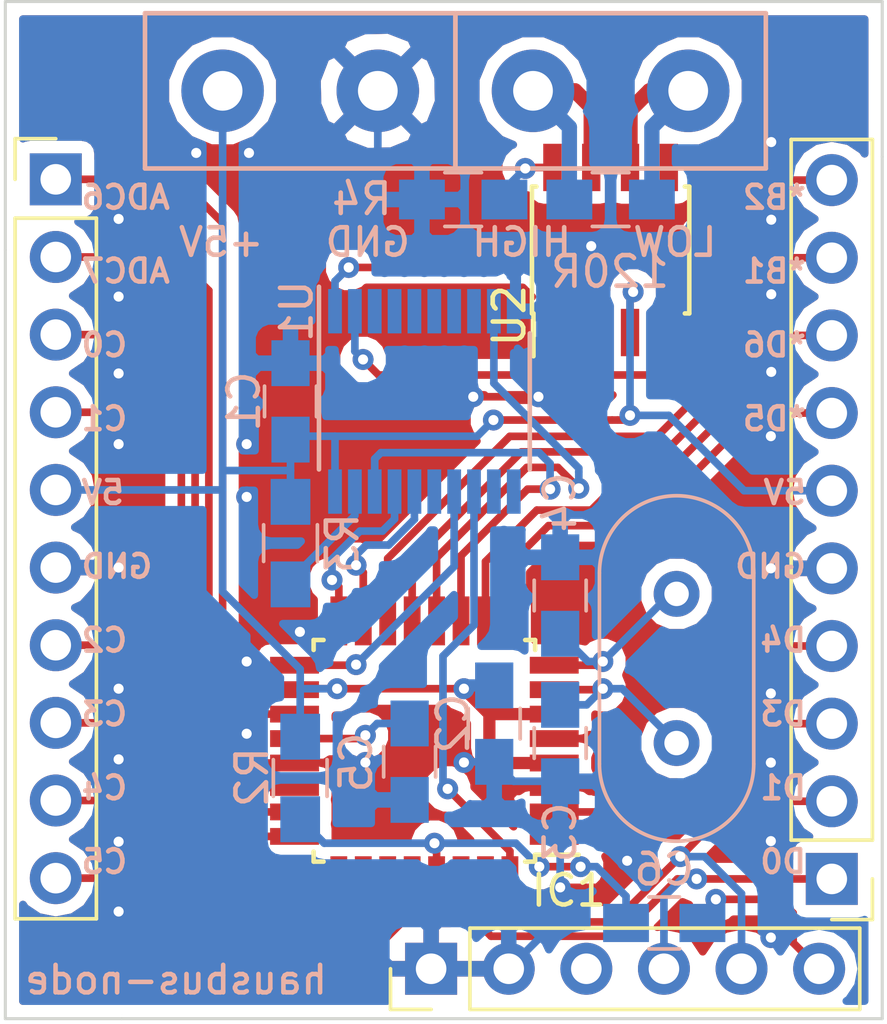
<source format=kicad_pcb>
(kicad_pcb (version 4) (host pcbnew "(2016-08-19 BZR 6308, Git fa85cb3)-product")

  (general
    (links 66)
    (no_connects 1)
    (area 194.005999 93.675999 222.808001 127.050001)
    (thickness 1.6002)
    (drawings 11)
    (tracks 408)
    (zones 0)
    (modules 19)
    (nets 36)
  )

  (page A4)
  (layers
    (0 Top signal)
    (31 Bottom signal)
    (34 B.Paste user)
    (35 F.Paste user)
    (36 B.SilkS user)
    (37 F.SilkS user)
    (38 B.Mask user)
    (39 F.Mask user)
    (40 Dwgs.User user)
    (44 Edge.Cuts user)
  )

  (setup
    (last_trace_width 0.25)
    (trace_clearance 0.2)
    (zone_clearance 0.4)
    (zone_45_only no)
    (trace_min 0.1524)
    (segment_width 0.2)
    (edge_width 0.1)
    (via_size 0.6858)
    (via_drill 0.3302)
    (via_min_size 0.6858)
    (via_min_drill 0.3302)
    (uvia_size 0.762)
    (uvia_drill 0.508)
    (uvias_allowed no)
    (uvia_min_size 0)
    (uvia_min_drill 0)
    (pcb_text_width 0.3)
    (pcb_text_size 1.5 1.5)
    (mod_edge_width 0.15)
    (mod_text_size 1 1)
    (mod_text_width 0.15)
    (pad_size 2.7 2.7)
    (pad_drill 1.3)
    (pad_to_mask_clearance 0)
    (aux_axis_origin 0 0)
    (visible_elements FFFFFF7F)
    (pcbplotparams
      (layerselection 0x010fc_80000001)
      (usegerberextensions false)
      (excludeedgelayer true)
      (linewidth 0.050000)
      (plotframeref false)
      (viasonmask true)
      (mode 1)
      (useauxorigin false)
      (hpglpennumber 1)
      (hpglpenspeed 20)
      (hpglpendiameter 15)
      (hpglpenoverlay 2)
      (psnegative false)
      (psa4output false)
      (plotreference true)
      (plotvalue false)
      (plotinvisibletext false)
      (padsonsilk false)
      (subtractmaskfromsilk true)
      (outputformat 1)
      (mirror false)
      (drillshape 0)
      (scaleselection 1)
      (outputdirectory gerber/))
  )

  (net 0 "")
  (net 1 +5V)
  (net 2 GND)
  (net 3 OSC1)
  (net 4 OSC2)
  (net 5 "Net-(C5-Pad1)")
  (net 6 "Net-(IC1-Pad1)")
  (net 7 "Net-(IC1-Pad2)")
  (net 8 "Net-(IC1-Pad9)")
  (net 9 "Net-(IC1-Pad10)")
  (net 10 CLKO)
  (net 11 "Net-(IC1-Pad13)")
  (net 12 SS)
  (net 13 MOSI)
  (net 14 MISO)
  (net 15 SCK)
  (net 16 "Net-(IC1-Pad19)")
  (net 17 "Net-(IC1-Pad22)")
  (net 18 "Net-(IC1-Pad23)")
  (net 19 "Net-(IC1-Pad24)")
  (net 20 "Net-(IC1-Pad25)")
  (net 21 "Net-(IC1-Pad26)")
  (net 22 "Net-(IC1-Pad27)")
  (net 23 "Net-(IC1-Pad28)")
  (net 24 "Net-(IC1-Pad30)")
  (net 25 "Net-(IC1-Pad31)")
  (net 26 INT0)
  (net 27 CANHIGH)
  (net 28 CANLOW)
  (net 29 TXD)
  (net 30 RXD)
  (net 31 "Net-(R3-Pad1)")
  (net 32 "Net-(R4-Pad2)")
  (net 33 "Net-(IC1-Pad14)")
  (net 34 RS)
  (net 35 "Net-(C6-Pad1)")

  (net_class Default "This is the default net class."
    (clearance 0.2)
    (trace_width 0.25)
    (via_dia 0.6858)
    (via_drill 0.3302)
    (uvia_dia 0.762)
    (uvia_drill 0.508)
    (add_net CLKO)
    (add_net GND)
    (add_net INT0)
    (add_net MISO)
    (add_net MOSI)
    (add_net "Net-(C5-Pad1)")
    (add_net "Net-(C6-Pad1)")
    (add_net "Net-(IC1-Pad1)")
    (add_net "Net-(IC1-Pad10)")
    (add_net "Net-(IC1-Pad13)")
    (add_net "Net-(IC1-Pad14)")
    (add_net "Net-(IC1-Pad19)")
    (add_net "Net-(IC1-Pad2)")
    (add_net "Net-(IC1-Pad22)")
    (add_net "Net-(IC1-Pad23)")
    (add_net "Net-(IC1-Pad24)")
    (add_net "Net-(IC1-Pad25)")
    (add_net "Net-(IC1-Pad26)")
    (add_net "Net-(IC1-Pad27)")
    (add_net "Net-(IC1-Pad28)")
    (add_net "Net-(IC1-Pad30)")
    (add_net "Net-(IC1-Pad31)")
    (add_net "Net-(IC1-Pad9)")
    (add_net "Net-(R3-Pad1)")
    (add_net "Net-(R4-Pad2)")
    (add_net OSC1)
    (add_net OSC2)
    (add_net RS)
    (add_net RXD)
    (add_net SCK)
    (add_net SS)
    (add_net TXD)
  )

  (net_class buslines ""
    (clearance 0.2)
    (trace_width 0.5)
    (via_dia 0.6858)
    (via_drill 0.3302)
    (uvia_dia 0.762)
    (uvia_drill 0.508)
    (add_net CANHIGH)
    (add_net CANLOW)
  )

  (net_class power ""
    (clearance 0.2)
    (trace_width 0.4)
    (via_dia 0.6858)
    (via_drill 0.3302)
    (uvia_dia 0.762)
    (uvia_drill 0.508)
    (add_net +5V)
  )

  (module Crystals:Crystal_HC49-U_Vertical (layer Bottom) (tedit 591C7DC8) (tstamp 591C5339)
    (at 216.027 117.983 90)
    (descr "Crystal THT HC-49/U http://5hertz.com/pdfs/04404_D.pdf")
    (tags "THT crystalHC-49/U")
    (path /582662B2)
    (fp_text reference Y1 (at 2.44 3.525 90) (layer B.SilkS) hide
      (effects (font (size 1 1) (thickness 0.15)) (justify mirror))
    )
    (fp_text value 16MHz (at 2.44 -3.525 90) (layer B.Fab)
      (effects (font (size 1 1) (thickness 0.15)) (justify mirror))
    )
    (fp_text user %R (at 2.44 0 90) (layer B.Fab)
      (effects (font (size 1 1) (thickness 0.15)) (justify mirror))
    )
    (fp_line (start -0.685 2.325) (end 5.565 2.325) (layer B.Fab) (width 0.1))
    (fp_line (start -0.685 -2.325) (end 5.565 -2.325) (layer B.Fab) (width 0.1))
    (fp_line (start -0.56 2) (end 5.44 2) (layer B.Fab) (width 0.1))
    (fp_line (start -0.56 -2) (end 5.44 -2) (layer B.Fab) (width 0.1))
    (fp_line (start -0.685 2.525) (end 5.565 2.525) (layer B.SilkS) (width 0.12))
    (fp_line (start -0.685 -2.525) (end 5.565 -2.525) (layer B.SilkS) (width 0.12))
    (fp_line (start -3.5 2.8) (end -3.5 -2.8) (layer B.CrtYd) (width 0.05))
    (fp_line (start -3.5 -2.8) (end 8.4 -2.8) (layer B.CrtYd) (width 0.05))
    (fp_line (start 8.4 -2.8) (end 8.4 2.8) (layer B.CrtYd) (width 0.05))
    (fp_line (start 8.4 2.8) (end -3.5 2.8) (layer B.CrtYd) (width 0.05))
    (fp_arc (start -0.685 0) (end -0.685 2.325) (angle 180) (layer B.Fab) (width 0.1))
    (fp_arc (start 5.565 0) (end 5.565 2.325) (angle -180) (layer B.Fab) (width 0.1))
    (fp_arc (start -0.56 0) (end -0.56 2) (angle 180) (layer B.Fab) (width 0.1))
    (fp_arc (start 5.44 0) (end 5.44 2) (angle -180) (layer B.Fab) (width 0.1))
    (fp_arc (start -0.685 0) (end -0.685 2.525) (angle 180) (layer B.SilkS) (width 0.12))
    (fp_arc (start 5.565 0) (end 5.565 2.525) (angle -180) (layer B.SilkS) (width 0.12))
    (pad 1 thru_hole circle (at 0 0 90) (size 1.5 1.5) (drill 0.8) (layers *.Cu *.Mask)
      (net 3 OSC1))
    (pad 2 thru_hole circle (at 4.88 0 90) (size 1.5 1.5) (drill 0.8) (layers *.Cu *.Mask)
      (net 4 OSC2))
    (model ${KISYS3DMOD}/Crystals.3dshapes/Crystal_HC49-U_Vertical.wrl
      (at (xyz 0 0 0))
      (scale (xyz 0.393701 0.393701 0.393701))
      (rotate (xyz 0 0 0))
    )
  )

  (module Housings_SSOP:TSSOP-20_4.4x6.5mm_Pitch0.65mm (layer Bottom) (tedit 591DA35E) (tstamp 591C5305)
    (at 207.772 106.807 270)
    (descr "20-Lead Plastic Thin Shrink Small Outline (ST)-4.4 mm Body [TSSOP] (see Microchip Packaging Specification 00000049BS.pdf)")
    (tags "SSOP 0.65")
    (path /581E1B66)
    (attr smd)
    (fp_text reference U1 (at -2.95402 4.18084 270) (layer B.SilkS)
      (effects (font (size 1 1) (thickness 0.15)) (justify mirror))
    )
    (fp_text value MCP2515-I/ST (at 0 -4.3 270) (layer B.Fab)
      (effects (font (size 1 1) (thickness 0.15)) (justify mirror))
    )
    (fp_line (start -1.2 3.25) (end 2.2 3.25) (layer B.Fab) (width 0.15))
    (fp_line (start 2.2 3.25) (end 2.2 -3.25) (layer B.Fab) (width 0.15))
    (fp_line (start 2.2 -3.25) (end -2.2 -3.25) (layer B.Fab) (width 0.15))
    (fp_line (start -2.2 -3.25) (end -2.2 2.25) (layer B.Fab) (width 0.15))
    (fp_line (start -2.2 2.25) (end -1.2 3.25) (layer B.Fab) (width 0.15))
    (fp_line (start -3.95 3.55) (end -3.95 -3.55) (layer B.CrtYd) (width 0.05))
    (fp_line (start 3.95 3.55) (end 3.95 -3.55) (layer B.CrtYd) (width 0.05))
    (fp_line (start -3.95 3.55) (end 3.95 3.55) (layer B.CrtYd) (width 0.05))
    (fp_line (start -3.95 -3.55) (end 3.95 -3.55) (layer B.CrtYd) (width 0.05))
    (fp_line (start -2.225 -3.45) (end 2.225 -3.45) (layer B.SilkS) (width 0.15))
    (fp_line (start -3.75 3.45) (end 2.225 3.45) (layer B.SilkS) (width 0.15))
    (fp_text user %R (at 0 0 270) (layer B.Fab)
      (effects (font (size 0.8 0.8) (thickness 0.15)) (justify mirror))
    )
    (pad 1 smd rect (at -2.95 2.925 270) (size 1.45 0.45) (layers Bottom B.Paste B.Mask)
      (net 29 TXD))
    (pad 2 smd rect (at -2.95 2.275 270) (size 1.45 0.45) (layers Bottom B.Paste B.Mask)
      (net 30 RXD))
    (pad 3 smd rect (at -2.95 1.625 270) (size 1.45 0.45) (layers Bottom B.Paste B.Mask))
    (pad 4 smd rect (at -2.95 0.975 270) (size 1.45 0.45) (layers Bottom B.Paste B.Mask))
    (pad 5 smd rect (at -2.95 0.325 270) (size 1.45 0.45) (layers Bottom B.Paste B.Mask))
    (pad 6 smd rect (at -2.95 -0.325 270) (size 1.45 0.45) (layers Bottom B.Paste B.Mask))
    (pad 7 smd rect (at -2.95 -0.975 270) (size 1.45 0.45) (layers Bottom B.Paste B.Mask))
    (pad 8 smd rect (at -2.95 -1.625 270) (size 1.45 0.45) (layers Bottom B.Paste B.Mask))
    (pad 9 smd rect (at -2.95 -2.275 270) (size 1.45 0.45) (layers Bottom B.Paste B.Mask)
      (net 10 CLKO))
    (pad 10 smd rect (at -2.95 -2.925 270) (size 1.45 0.45) (layers Bottom B.Paste B.Mask)
      (net 2 GND))
    (pad 11 smd rect (at 2.95 -2.925 270) (size 1.45 0.45) (layers Bottom B.Paste B.Mask))
    (pad 12 smd rect (at 2.95 -2.275 270) (size 1.45 0.45) (layers Bottom B.Paste B.Mask))
    (pad 13 smd rect (at 2.95 -1.625 270) (size 1.45 0.45) (layers Bottom B.Paste B.Mask)
      (net 26 INT0))
    (pad 14 smd rect (at 2.95 -0.975 270) (size 1.45 0.45) (layers Bottom B.Paste B.Mask)
      (net 15 SCK))
    (pad 15 smd rect (at 2.95 -0.325 270) (size 1.45 0.45) (layers Bottom B.Paste B.Mask))
    (pad 16 smd rect (at 2.95 0.325 270) (size 1.45 0.45) (layers Bottom B.Paste B.Mask)
      (net 13 MOSI))
    (pad 17 smd rect (at 2.95 0.975 270) (size 1.45 0.45) (layers Bottom B.Paste B.Mask)
      (net 14 MISO))
    (pad 18 smd rect (at 2.95 1.625 270) (size 1.45 0.45) (layers Bottom B.Paste B.Mask)
      (net 12 SS))
    (pad 19 smd rect (at 2.95 2.275 270) (size 1.45 0.45) (layers Bottom B.Paste B.Mask)
      (net 31 "Net-(R3-Pad1)"))
    (pad 20 smd rect (at 2.95 2.925 270) (size 1.45 0.45) (layers Bottom B.Paste B.Mask)
      (net 1 +5V))
    (model ${KISYS3DMOD}/Housings_SSOP.3dshapes/TSSOP-20_4.4x6.5mm_Pitch0.65mm.wrl
      (at (xyz 0 0 0))
      (scale (xyz 1 1 1))
      (rotate (xyz 0 0 0))
    )
  )

  (module Housings_QFP:TQFP-32_7x7mm_Pitch0.8mm locked (layer Top) (tedit 591C614B) (tstamp 591C528E)
    (at 207.772 118.237 180)
    (descr "32-Lead Plastic Thin Quad Flatpack (PT) - 7x7x1.0 mm Body, 2.00 mm [TQFP] (see Microchip Packaging Specification 00000049BS.pdf)")
    (tags "QFP 0.8")
    (path /58267C26)
    (attr smd)
    (fp_text reference IC1 (at -4.7244 -4.572 180) (layer F.SilkS)
      (effects (font (size 1 1) (thickness 0.15)))
    )
    (fp_text value ATMEGA328P-M (at 0 6.05 180) (layer F.Fab)
      (effects (font (size 1 1) (thickness 0.15)))
    )
    (fp_text user %R (at 0 0 180) (layer F.Fab)
      (effects (font (size 1 1) (thickness 0.15)))
    )
    (fp_line (start -2.5 -3.5) (end 3.5 -3.5) (layer F.Fab) (width 0.15))
    (fp_line (start 3.5 -3.5) (end 3.5 3.5) (layer F.Fab) (width 0.15))
    (fp_line (start 3.5 3.5) (end -3.5 3.5) (layer F.Fab) (width 0.15))
    (fp_line (start -3.5 3.5) (end -3.5 -2.5) (layer F.Fab) (width 0.15))
    (fp_line (start -3.5 -2.5) (end -2.5 -3.5) (layer F.Fab) (width 0.15))
    (fp_line (start -5.3 -5.3) (end -5.3 5.3) (layer F.CrtYd) (width 0.05))
    (fp_line (start 5.3 -5.3) (end 5.3 5.3) (layer F.CrtYd) (width 0.05))
    (fp_line (start -5.3 -5.3) (end 5.3 -5.3) (layer F.CrtYd) (width 0.05))
    (fp_line (start -5.3 5.3) (end 5.3 5.3) (layer F.CrtYd) (width 0.05))
    (fp_line (start -3.625 -3.625) (end -3.625 -3.4) (layer F.SilkS) (width 0.15))
    (fp_line (start 3.625 -3.625) (end 3.625 -3.3) (layer F.SilkS) (width 0.15))
    (fp_line (start 3.625 3.625) (end 3.625 3.3) (layer F.SilkS) (width 0.15))
    (fp_line (start -3.625 3.625) (end -3.625 3.3) (layer F.SilkS) (width 0.15))
    (fp_line (start -3.625 -3.625) (end -3.3 -3.625) (layer F.SilkS) (width 0.15))
    (fp_line (start -3.625 3.625) (end -3.3 3.625) (layer F.SilkS) (width 0.15))
    (fp_line (start 3.625 3.625) (end 3.3 3.625) (layer F.SilkS) (width 0.15))
    (fp_line (start 3.625 -3.625) (end 3.3 -3.625) (layer F.SilkS) (width 0.15))
    (fp_line (start -3.625 -3.4) (end -5.05 -3.4) (layer F.SilkS) (width 0.15))
    (pad 1 smd rect (at -4.25 -2.8 180) (size 1.6 0.55) (layers Top F.Paste F.Mask)
      (net 6 "Net-(IC1-Pad1)"))
    (pad 2 smd rect (at -4.25 -2 180) (size 1.6 0.55) (layers Top F.Paste F.Mask)
      (net 7 "Net-(IC1-Pad2)"))
    (pad 3 smd rect (at -4.25 -1.2 180) (size 1.6 0.55) (layers Top F.Paste F.Mask)
      (net 2 GND))
    (pad 4 smd rect (at -4.25 -0.4 180) (size 1.6 0.55) (layers Top F.Paste F.Mask)
      (net 1 +5V))
    (pad 5 smd rect (at -4.25 0.4 180) (size 1.6 0.55) (layers Top F.Paste F.Mask)
      (net 2 GND))
    (pad 6 smd rect (at -4.25 1.2 180) (size 1.6 0.55) (layers Top F.Paste F.Mask)
      (net 1 +5V))
    (pad 7 smd rect (at -4.25 2 180) (size 1.6 0.55) (layers Top F.Paste F.Mask)
      (net 3 OSC1))
    (pad 8 smd rect (at -4.25 2.8 180) (size 1.6 0.55) (layers Top F.Paste F.Mask)
      (net 4 OSC2))
    (pad 9 smd rect (at -2.8 4.25 270) (size 1.6 0.55) (layers Top F.Paste F.Mask)
      (net 8 "Net-(IC1-Pad9)"))
    (pad 10 smd rect (at -2 4.25 270) (size 1.6 0.55) (layers Top F.Paste F.Mask)
      (net 9 "Net-(IC1-Pad10)"))
    (pad 11 smd rect (at -1.2 4.25 270) (size 1.6 0.55) (layers Top F.Paste F.Mask)
      (net 12 SS))
    (pad 12 smd rect (at -0.4 4.25 270) (size 1.6 0.55) (layers Top F.Paste F.Mask)
      (net 10 CLKO))
    (pad 13 smd rect (at 0.4 4.25 270) (size 1.6 0.55) (layers Top F.Paste F.Mask)
      (net 11 "Net-(IC1-Pad13)"))
    (pad 14 smd rect (at 1.2 4.25 270) (size 1.6 0.55) (layers Top F.Paste F.Mask)
      (net 33 "Net-(IC1-Pad14)"))
    (pad 15 smd rect (at 2 4.25 270) (size 1.6 0.55) (layers Top F.Paste F.Mask)
      (net 13 MOSI))
    (pad 16 smd rect (at 2.8 4.25 270) (size 1.6 0.55) (layers Top F.Paste F.Mask)
      (net 14 MISO))
    (pad 17 smd rect (at 4.25 2.8 180) (size 1.6 0.55) (layers Top F.Paste F.Mask)
      (net 15 SCK))
    (pad 18 smd rect (at 4.25 2 180) (size 1.6 0.55) (layers Top F.Paste F.Mask)
      (net 1 +5V))
    (pad 19 smd rect (at 4.25 1.2 180) (size 1.6 0.55) (layers Top F.Paste F.Mask)
      (net 16 "Net-(IC1-Pad19)"))
    (pad 20 smd rect (at 4.25 0.4 180) (size 1.6 0.55) (layers Top F.Paste F.Mask)
      (net 5 "Net-(C5-Pad1)"))
    (pad 21 smd rect (at 4.25 -0.4 180) (size 1.6 0.55) (layers Top F.Paste F.Mask)
      (net 2 GND))
    (pad 22 smd rect (at 4.25 -1.2 180) (size 1.6 0.55) (layers Top F.Paste F.Mask)
      (net 17 "Net-(IC1-Pad22)"))
    (pad 23 smd rect (at 4.25 -2 180) (size 1.6 0.55) (layers Top F.Paste F.Mask)
      (net 18 "Net-(IC1-Pad23)"))
    (pad 24 smd rect (at 4.25 -2.8 180) (size 1.6 0.55) (layers Top F.Paste F.Mask)
      (net 19 "Net-(IC1-Pad24)"))
    (pad 25 smd rect (at 2.8 -4.25 270) (size 1.6 0.55) (layers Top F.Paste F.Mask)
      (net 20 "Net-(IC1-Pad25)"))
    (pad 26 smd rect (at 2 -4.25 270) (size 1.6 0.55) (layers Top F.Paste F.Mask)
      (net 21 "Net-(IC1-Pad26)"))
    (pad 27 smd rect (at 1.2 -4.25 270) (size 1.6 0.55) (layers Top F.Paste F.Mask)
      (net 22 "Net-(IC1-Pad27)"))
    (pad 28 smd rect (at 0.4 -4.25 270) (size 1.6 0.55) (layers Top F.Paste F.Mask)
      (net 23 "Net-(IC1-Pad28)"))
    (pad 29 smd rect (at -0.4 -4.25 270) (size 1.6 0.55) (layers Top F.Paste F.Mask)
      (net 34 RS))
    (pad 30 smd rect (at -1.2 -4.25 270) (size 1.6 0.55) (layers Top F.Paste F.Mask)
      (net 24 "Net-(IC1-Pad30)"))
    (pad 31 smd rect (at -2 -4.25 270) (size 1.6 0.55) (layers Top F.Paste F.Mask)
      (net 25 "Net-(IC1-Pad31)"))
    (pad 32 smd rect (at -2.8 -4.25 270) (size 1.6 0.55) (layers Top F.Paste F.Mask)
      (net 26 INT0))
    (model Housings_QFP.3dshapes/TQFP-32_7x7mm_Pitch0.8mm.wrl
      (at (xyz 0 0 0))
      (scale (xyz 1 1 1))
      (rotate (xyz 0 0 0))
    )
  )

  (module Capacitors_SMD:C_0805_HandSoldering (layer Bottom) (tedit 591C6103) (tstamp 591C5213)
    (at 203.3905 106.807 90)
    (descr "Capacitor SMD 0805, hand soldering")
    (tags "capacitor 0805")
    (path /581F411E)
    (attr smd)
    (fp_text reference C1 (at 0 -1.524 90) (layer B.SilkS)
      (effects (font (size 1 1) (thickness 0.15)) (justify mirror))
    )
    (fp_text value 100nF (at 0 -1.75 90) (layer B.Fab)
      (effects (font (size 1 1) (thickness 0.15)) (justify mirror))
    )
    (fp_text user %R (at 0 1.75 90) (layer B.Fab)
      (effects (font (size 1 1) (thickness 0.15)) (justify mirror))
    )
    (fp_line (start -1 -0.62) (end -1 0.62) (layer B.Fab) (width 0.1))
    (fp_line (start 1 -0.62) (end -1 -0.62) (layer B.Fab) (width 0.1))
    (fp_line (start 1 0.62) (end 1 -0.62) (layer B.Fab) (width 0.1))
    (fp_line (start -1 0.62) (end 1 0.62) (layer B.Fab) (width 0.1))
    (fp_line (start 0.5 0.85) (end -0.5 0.85) (layer B.SilkS) (width 0.12))
    (fp_line (start -0.5 -0.85) (end 0.5 -0.85) (layer B.SilkS) (width 0.12))
    (fp_line (start -2.25 0.88) (end 2.25 0.88) (layer B.CrtYd) (width 0.05))
    (fp_line (start -2.25 0.88) (end -2.25 -0.87) (layer B.CrtYd) (width 0.05))
    (fp_line (start 2.25 -0.87) (end 2.25 0.88) (layer B.CrtYd) (width 0.05))
    (fp_line (start 2.25 -0.87) (end -2.25 -0.87) (layer B.CrtYd) (width 0.05))
    (pad 1 smd rect (at -1.25 0 90) (size 1.5 1.25) (layers Bottom B.Paste B.Mask)
      (net 1 +5V))
    (pad 2 smd rect (at 1.25 0 90) (size 1.5 1.25) (layers Bottom B.Paste B.Mask)
      (net 2 GND))
    (model Capacitors_SMD.3dshapes/C_0805.wrl
      (at (xyz 0 0 0))
      (scale (xyz 1 1 1))
      (rotate (xyz 0 0 0))
    )
  )

  (module Capacitors_SMD:C_0805_HandSoldering (layer Bottom) (tedit 591C6419) (tstamp 591C5224)
    (at 210.058 117.348 270)
    (descr "Capacitor SMD 0805, hand soldering")
    (tags "capacitor 0805")
    (path /581F482B)
    (attr smd)
    (fp_text reference C2 (at 0 1.3462 270) (layer B.SilkS)
      (effects (font (size 1 1) (thickness 0.15)) (justify mirror))
    )
    (fp_text value 100nF (at 0 -1.75 270) (layer B.Fab)
      (effects (font (size 1 1) (thickness 0.15)) (justify mirror))
    )
    (fp_text user %R (at 0 1.75 270) (layer B.Fab)
      (effects (font (size 1 1) (thickness 0.15)) (justify mirror))
    )
    (fp_line (start -1 -0.62) (end -1 0.62) (layer B.Fab) (width 0.1))
    (fp_line (start 1 -0.62) (end -1 -0.62) (layer B.Fab) (width 0.1))
    (fp_line (start 1 0.62) (end 1 -0.62) (layer B.Fab) (width 0.1))
    (fp_line (start -1 0.62) (end 1 0.62) (layer B.Fab) (width 0.1))
    (fp_line (start 0.5 0.85) (end -0.5 0.85) (layer B.SilkS) (width 0.12))
    (fp_line (start -0.5 -0.85) (end 0.5 -0.85) (layer B.SilkS) (width 0.12))
    (fp_line (start -2.25 0.88) (end 2.25 0.88) (layer B.CrtYd) (width 0.05))
    (fp_line (start -2.25 0.88) (end -2.25 -0.87) (layer B.CrtYd) (width 0.05))
    (fp_line (start 2.25 -0.87) (end 2.25 0.88) (layer B.CrtYd) (width 0.05))
    (fp_line (start 2.25 -0.87) (end -2.25 -0.87) (layer B.CrtYd) (width 0.05))
    (pad 1 smd rect (at -1.25 0 270) (size 1.5 1.25) (layers Bottom B.Paste B.Mask)
      (net 1 +5V))
    (pad 2 smd rect (at 1.25 0 270) (size 1.5 1.25) (layers Bottom B.Paste B.Mask)
      (net 2 GND))
    (model Capacitors_SMD.3dshapes/C_0805.wrl
      (at (xyz 0 0 0))
      (scale (xyz 1 1 1))
      (rotate (xyz 0 0 0))
    )
  )

  (module Capacitors_SMD:C_0805_HandSoldering (layer Bottom) (tedit 591CAC01) (tstamp 591C5235)
    (at 212.217 117.983 270)
    (descr "Capacitor SMD 0805, hand soldering")
    (tags "capacitor 0805")
    (path /5826644C)
    (attr smd)
    (fp_text reference C3 (at 2.921 0 270) (layer B.SilkS)
      (effects (font (size 1 1) (thickness 0.15)) (justify mirror))
    )
    (fp_text value 22pF (at 0 -1.75 270) (layer B.Fab)
      (effects (font (size 1 1) (thickness 0.15)) (justify mirror))
    )
    (fp_text user %R (at 0 1.75 270) (layer B.Fab)
      (effects (font (size 1 1) (thickness 0.15)) (justify mirror))
    )
    (fp_line (start -1 -0.62) (end -1 0.62) (layer B.Fab) (width 0.1))
    (fp_line (start 1 -0.62) (end -1 -0.62) (layer B.Fab) (width 0.1))
    (fp_line (start 1 0.62) (end 1 -0.62) (layer B.Fab) (width 0.1))
    (fp_line (start -1 0.62) (end 1 0.62) (layer B.Fab) (width 0.1))
    (fp_line (start 0.5 0.85) (end -0.5 0.85) (layer B.SilkS) (width 0.12))
    (fp_line (start -0.5 -0.85) (end 0.5 -0.85) (layer B.SilkS) (width 0.12))
    (fp_line (start -2.25 0.88) (end 2.25 0.88) (layer B.CrtYd) (width 0.05))
    (fp_line (start -2.25 0.88) (end -2.25 -0.87) (layer B.CrtYd) (width 0.05))
    (fp_line (start 2.25 -0.87) (end 2.25 0.88) (layer B.CrtYd) (width 0.05))
    (fp_line (start 2.25 -0.87) (end -2.25 -0.87) (layer B.CrtYd) (width 0.05))
    (pad 1 smd rect (at -1.25 0 270) (size 1.5 1.25) (layers Bottom B.Paste B.Mask)
      (net 3 OSC1))
    (pad 2 smd rect (at 1.25 0 270) (size 1.5 1.25) (layers Bottom B.Paste B.Mask)
      (net 2 GND))
    (model Capacitors_SMD.3dshapes/C_0805.wrl
      (at (xyz 0 0 0))
      (scale (xyz 1 1 1))
      (rotate (xyz 0 0 0))
    )
  )

  (module Capacitors_SMD:C_0805_HandSoldering (layer Bottom) (tedit 591CAC09) (tstamp 591C5246)
    (at 212.217 113.157 90)
    (descr "Capacitor SMD 0805, hand soldering")
    (tags "capacitor 0805")
    (path /582663C3)
    (attr smd)
    (fp_text reference C4 (at 3.048 0 90) (layer B.SilkS)
      (effects (font (size 1 1) (thickness 0.15)) (justify mirror))
    )
    (fp_text value 22pF (at 0 -1.75 90) (layer B.Fab)
      (effects (font (size 1 1) (thickness 0.15)) (justify mirror))
    )
    (fp_text user %R (at 0 1.75 90) (layer B.Fab)
      (effects (font (size 1 1) (thickness 0.15)) (justify mirror))
    )
    (fp_line (start -1 -0.62) (end -1 0.62) (layer B.Fab) (width 0.1))
    (fp_line (start 1 -0.62) (end -1 -0.62) (layer B.Fab) (width 0.1))
    (fp_line (start 1 0.62) (end 1 -0.62) (layer B.Fab) (width 0.1))
    (fp_line (start -1 0.62) (end 1 0.62) (layer B.Fab) (width 0.1))
    (fp_line (start 0.5 0.85) (end -0.5 0.85) (layer B.SilkS) (width 0.12))
    (fp_line (start -0.5 -0.85) (end 0.5 -0.85) (layer B.SilkS) (width 0.12))
    (fp_line (start -2.25 0.88) (end 2.25 0.88) (layer B.CrtYd) (width 0.05))
    (fp_line (start -2.25 0.88) (end -2.25 -0.87) (layer B.CrtYd) (width 0.05))
    (fp_line (start 2.25 -0.87) (end 2.25 0.88) (layer B.CrtYd) (width 0.05))
    (fp_line (start 2.25 -0.87) (end -2.25 -0.87) (layer B.CrtYd) (width 0.05))
    (pad 1 smd rect (at -1.25 0 90) (size 1.5 1.25) (layers Bottom B.Paste B.Mask)
      (net 4 OSC2))
    (pad 2 smd rect (at 1.25 0 90) (size 1.5 1.25) (layers Bottom B.Paste B.Mask)
      (net 2 GND))
    (model Capacitors_SMD.3dshapes/C_0805.wrl
      (at (xyz 0 0 0))
      (scale (xyz 1 1 1))
      (rotate (xyz 0 0 0))
    )
  )

  (module Capacitors_SMD:C_0805_HandSoldering (layer Bottom) (tedit 591C6415) (tstamp 591C5257)
    (at 207.2894 118.5926 270)
    (descr "Capacitor SMD 0805, hand soldering")
    (tags "capacitor 0805")
    (path /591C4004)
    (attr smd)
    (fp_text reference C5 (at 0.0254 1.7526 450) (layer B.SilkS)
      (effects (font (size 1 1) (thickness 0.15)) (justify mirror))
    )
    (fp_text value 100n (at 0 -1.75 270) (layer B.Fab)
      (effects (font (size 1 1) (thickness 0.15)) (justify mirror))
    )
    (fp_text user %R (at 0 1.75 270) (layer B.Fab)
      (effects (font (size 1 1) (thickness 0.15)) (justify mirror))
    )
    (fp_line (start -1 -0.62) (end -1 0.62) (layer B.Fab) (width 0.1))
    (fp_line (start 1 -0.62) (end -1 -0.62) (layer B.Fab) (width 0.1))
    (fp_line (start 1 0.62) (end 1 -0.62) (layer B.Fab) (width 0.1))
    (fp_line (start -1 0.62) (end 1 0.62) (layer B.Fab) (width 0.1))
    (fp_line (start 0.5 0.85) (end -0.5 0.85) (layer B.SilkS) (width 0.12))
    (fp_line (start -0.5 -0.85) (end 0.5 -0.85) (layer B.SilkS) (width 0.12))
    (fp_line (start -2.25 0.88) (end 2.25 0.88) (layer B.CrtYd) (width 0.05))
    (fp_line (start -2.25 0.88) (end -2.25 -0.87) (layer B.CrtYd) (width 0.05))
    (fp_line (start 2.25 -0.87) (end 2.25 0.88) (layer B.CrtYd) (width 0.05))
    (fp_line (start 2.25 -0.87) (end -2.25 -0.87) (layer B.CrtYd) (width 0.05))
    (pad 1 smd rect (at -1.25 0 270) (size 1.5 1.25) (layers Bottom B.Paste B.Mask)
      (net 5 "Net-(C5-Pad1)"))
    (pad 2 smd rect (at 1.25 0 270) (size 1.5 1.25) (layers Bottom B.Paste B.Mask)
      (net 2 GND))
    (model Capacitors_SMD.3dshapes/C_0805.wrl
      (at (xyz 0 0 0))
      (scale (xyz 1 1 1))
      (rotate (xyz 0 0 0))
    )
  )

  (module RND_Connectors:2_5.08mm (layer Bottom) (tedit 591DA9C9) (tstamp 591C52B5)
    (at 211.328 96.647)
    (path /591C34A6)
    (fp_text reference P3 (at 5.08 3.81) (layer B.SilkS) hide
      (effects (font (size 1 1) (thickness 0.15)) (justify mirror))
    )
    (fp_text value CONN_01X02 (at 2.3876 3.5306) (layer B.Fab)
      (effects (font (size 1 1) (thickness 0.15)) (justify mirror))
    )
    (fp_line (start -2.54 -2.54) (end 7.62 -2.54) (layer B.SilkS) (width 0.15))
    (fp_line (start 7.62 -2.54) (end 7.62 2.54) (layer B.SilkS) (width 0.15))
    (fp_line (start 7.62 2.54) (end -2.54 2.54) (layer B.SilkS) (width 0.15))
    (fp_line (start -2.54 2.54) (end -2.54 -2.54) (layer B.SilkS) (width 0.15))
    (pad 1 thru_hole circle (at 0 0) (size 2.7 2.7) (drill 1.3) (layers *.Cu *.Mask)
      (net 27 CANHIGH))
    (pad 2 thru_hole circle (at 5.08 0) (size 2.7 2.7) (drill 1.3) (layers *.Cu *.Mask)
      (net 28 CANLOW))
  )

  (module RND_Connectors:2_5.08mm (layer Bottom) (tedit 591DA9E0) (tstamp 591C52BF)
    (at 201.168 96.647)
    (path /591C3417)
    (fp_text reference P4 (at 5.08 3.81) (layer B.SilkS) hide
      (effects (font (size 1 1) (thickness 0.15)) (justify mirror))
    )
    (fp_text value CONN_01X02 (at 2.3114 3.5306) (layer B.Fab)
      (effects (font (size 1 1) (thickness 0.15)) (justify mirror))
    )
    (fp_line (start -2.54 -2.54) (end 7.62 -2.54) (layer B.SilkS) (width 0.15))
    (fp_line (start 7.62 -2.54) (end 7.62 2.54) (layer B.SilkS) (width 0.15))
    (fp_line (start 7.62 2.54) (end -2.54 2.54) (layer B.SilkS) (width 0.15))
    (fp_line (start -2.54 2.54) (end -2.54 -2.54) (layer B.SilkS) (width 0.15))
    (pad 1 thru_hole circle (at 0 0) (size 2.7 2.7) (drill 1.3) (layers *.Cu *.Mask)
      (net 1 +5V))
    (pad 2 thru_hole circle (at 5.08 0) (size 2.7 2.7) (drill 1.3) (layers *.Cu *.Mask)
      (net 2 GND))
  )

  (module Resistors_SMD:R_0805_HandSoldering (layer Bottom) (tedit 591DA379) (tstamp 591C52D0)
    (at 213.868 100.203 180)
    (descr "Resistor SMD 0805, hand soldering")
    (tags "resistor 0805")
    (path /5820F03F)
    (attr smd)
    (fp_text reference R1 (at 3.4036 -1.651 180) (layer B.SilkS) hide
      (effects (font (size 1 1) (thickness 0.15)) (justify mirror))
    )
    (fp_text value 120R (at 0.02032 -2.3622 180) (layer B.SilkS)
      (effects (font (size 1 1) (thickness 0.15)) (justify mirror))
    )
    (fp_text user %R (at 0 0 180) (layer B.Fab)
      (effects (font (size 0.5 0.5) (thickness 0.075)) (justify mirror))
    )
    (fp_line (start -1 -0.62) (end -1 0.62) (layer B.Fab) (width 0.1))
    (fp_line (start 1 -0.62) (end -1 -0.62) (layer B.Fab) (width 0.1))
    (fp_line (start 1 0.62) (end 1 -0.62) (layer B.Fab) (width 0.1))
    (fp_line (start -1 0.62) (end 1 0.62) (layer B.Fab) (width 0.1))
    (fp_line (start 0.6 -0.88) (end -0.6 -0.88) (layer B.SilkS) (width 0.12))
    (fp_line (start -0.6 0.88) (end 0.6 0.88) (layer B.SilkS) (width 0.12))
    (fp_line (start -2.35 0.9) (end 2.35 0.9) (layer B.CrtYd) (width 0.05))
    (fp_line (start -2.35 0.9) (end -2.35 -0.9) (layer B.CrtYd) (width 0.05))
    (fp_line (start 2.35 -0.9) (end 2.35 0.9) (layer B.CrtYd) (width 0.05))
    (fp_line (start 2.35 -0.9) (end -2.35 -0.9) (layer B.CrtYd) (width 0.05))
    (pad 1 smd rect (at -1.35 0 180) (size 1.5 1.3) (layers Bottom B.Paste B.Mask)
      (net 28 CANLOW))
    (pad 2 smd rect (at 1.35 0 180) (size 1.5 1.3) (layers Bottom B.Paste B.Mask)
      (net 27 CANHIGH))
    (model ${KISYS3DMOD}/Resistors_SMD.3dshapes/R_0805.wrl
      (at (xyz 0 0 0))
      (scale (xyz 1 1 1))
      (rotate (xyz 0 0 0))
    )
  )

  (module Resistors_SMD:R_0805_HandSoldering (layer Bottom) (tedit 591C640F) (tstamp 591C52E1)
    (at 203.708 119.126 90)
    (descr "Resistor SMD 0805, hand soldering")
    (tags "resistor 0805")
    (path /591C4DB5)
    (attr smd)
    (fp_text reference R2 (at 0.0254 -1.5748 90) (layer B.SilkS)
      (effects (font (size 1 1) (thickness 0.15)) (justify mirror))
    )
    (fp_text value 10k (at 0 -1.75 90) (layer B.Fab)
      (effects (font (size 1 1) (thickness 0.15)) (justify mirror))
    )
    (fp_text user %R (at 0 0 90) (layer B.Fab)
      (effects (font (size 0.5 0.5) (thickness 0.075)) (justify mirror))
    )
    (fp_line (start -1 -0.62) (end -1 0.62) (layer B.Fab) (width 0.1))
    (fp_line (start 1 -0.62) (end -1 -0.62) (layer B.Fab) (width 0.1))
    (fp_line (start 1 0.62) (end 1 -0.62) (layer B.Fab) (width 0.1))
    (fp_line (start -1 0.62) (end 1 0.62) (layer B.Fab) (width 0.1))
    (fp_line (start 0.6 -0.88) (end -0.6 -0.88) (layer B.SilkS) (width 0.12))
    (fp_line (start -0.6 0.88) (end 0.6 0.88) (layer B.SilkS) (width 0.12))
    (fp_line (start -2.35 0.9) (end 2.35 0.9) (layer B.CrtYd) (width 0.05))
    (fp_line (start -2.35 0.9) (end -2.35 -0.9) (layer B.CrtYd) (width 0.05))
    (fp_line (start 2.35 -0.9) (end 2.35 0.9) (layer B.CrtYd) (width 0.05))
    (fp_line (start 2.35 -0.9) (end -2.35 -0.9) (layer B.CrtYd) (width 0.05))
    (pad 1 smd rect (at -1.35 0 90) (size 1.5 1.3) (layers Bottom B.Paste B.Mask)
      (net 34 RS))
    (pad 2 smd rect (at 1.35 0 90) (size 1.5 1.3) (layers Bottom B.Paste B.Mask)
      (net 1 +5V))
    (model ${KISYS3DMOD}/Resistors_SMD.3dshapes/R_0805.wrl
      (at (xyz 0 0 0))
      (scale (xyz 1 1 1))
      (rotate (xyz 0 0 0))
    )
  )

  (module Housings_SOIC:SOIC-8_3.9x4.9mm_Pitch1.27mm (layer Top) (tedit 591DA345) (tstamp 591C5322)
    (at 213.868 101.854 90)
    (descr "8-Lead Plastic Small Outline (SN) - Narrow, 3.90 mm Body [SOIC] (see Microchip Packaging Specification 00000049BS.pdf)")
    (tags "SOIC 1.27")
    (path /581E8CFE)
    (attr smd)
    (fp_text reference U2 (at -2.14884 -3.3147 90) (layer F.SilkS)
      (effects (font (size 1 1) (thickness 0.15)))
    )
    (fp_text value PCA82C251 (at 0 3.5 90) (layer F.Fab)
      (effects (font (size 1 1) (thickness 0.15)))
    )
    (fp_text user %R (at 0 0 90) (layer F.Fab)
      (effects (font (size 1 1) (thickness 0.15)))
    )
    (fp_line (start -0.95 -2.45) (end 1.95 -2.45) (layer F.Fab) (width 0.1))
    (fp_line (start 1.95 -2.45) (end 1.95 2.45) (layer F.Fab) (width 0.1))
    (fp_line (start 1.95 2.45) (end -1.95 2.45) (layer F.Fab) (width 0.1))
    (fp_line (start -1.95 2.45) (end -1.95 -1.45) (layer F.Fab) (width 0.1))
    (fp_line (start -1.95 -1.45) (end -0.95 -2.45) (layer F.Fab) (width 0.1))
    (fp_line (start -3.73 -2.7) (end -3.73 2.7) (layer F.CrtYd) (width 0.05))
    (fp_line (start 3.73 -2.7) (end 3.73 2.7) (layer F.CrtYd) (width 0.05))
    (fp_line (start -3.73 -2.7) (end 3.73 -2.7) (layer F.CrtYd) (width 0.05))
    (fp_line (start -3.73 2.7) (end 3.73 2.7) (layer F.CrtYd) (width 0.05))
    (fp_line (start -2.075 -2.575) (end -2.075 -2.525) (layer F.SilkS) (width 0.15))
    (fp_line (start 2.075 -2.575) (end 2.075 -2.43) (layer F.SilkS) (width 0.15))
    (fp_line (start 2.075 2.575) (end 2.075 2.43) (layer F.SilkS) (width 0.15))
    (fp_line (start -2.075 2.575) (end -2.075 2.43) (layer F.SilkS) (width 0.15))
    (fp_line (start -2.075 -2.575) (end 2.075 -2.575) (layer F.SilkS) (width 0.15))
    (fp_line (start -2.075 2.575) (end 2.075 2.575) (layer F.SilkS) (width 0.15))
    (fp_line (start -2.075 -2.525) (end -3.475 -2.525) (layer F.SilkS) (width 0.15))
    (pad 1 smd rect (at -2.7 -1.905 90) (size 1.55 0.6) (layers Top F.Paste F.Mask)
      (net 29 TXD))
    (pad 2 smd rect (at -2.7 -0.635 90) (size 1.55 0.6) (layers Top F.Paste F.Mask)
      (net 2 GND))
    (pad 3 smd rect (at -2.7 0.635 90) (size 1.55 0.6) (layers Top F.Paste F.Mask)
      (net 1 +5V))
    (pad 4 smd rect (at -2.7 1.905 90) (size 1.55 0.6) (layers Top F.Paste F.Mask)
      (net 30 RXD))
    (pad 5 smd rect (at 2.7 1.905 90) (size 1.55 0.6) (layers Top F.Paste F.Mask))
    (pad 6 smd rect (at 2.7 0.635 90) (size 1.55 0.6) (layers Top F.Paste F.Mask)
      (net 28 CANLOW))
    (pad 7 smd rect (at 2.7 -0.635 90) (size 1.55 0.6) (layers Top F.Paste F.Mask)
      (net 27 CANHIGH))
    (pad 8 smd rect (at 2.7 -1.905 90) (size 1.55 0.6) (layers Top F.Paste F.Mask)
      (net 32 "Net-(R4-Pad2)"))
    (model Housings_SOIC.3dshapes/SOIC-8_3.9x4.9mm_Pitch1.27mm.wrl
      (at (xyz 0 0 0))
      (scale (xyz 1 1 1))
      (rotate (xyz 0 0 0))
    )
  )

  (module Socket_Strips:Socket_Strip_Straight_1x10_Pitch2.54mm (layer Top) (tedit 591C7D73) (tstamp 591C80B5)
    (at 221.107 122.428 180)
    (descr "Through hole straight socket strip, 1x10, 2.54mm pitch, single row")
    (tags "Through hole socket strip THT 1x10 2.54mm single row")
    (path /591C6108)
    (fp_text reference P1 (at 0 -2.33 180) (layer F.SilkS) hide
      (effects (font (size 1 1) (thickness 0.15)))
    )
    (fp_text value CONN_01X10 (at -2.7432 2.7178 450) (layer F.Fab)
      (effects (font (size 1 1) (thickness 0.15)))
    )
    (fp_line (start -1.27 -1.27) (end -1.27 24.13) (layer F.Fab) (width 0.1))
    (fp_line (start -1.27 24.13) (end 1.27 24.13) (layer F.Fab) (width 0.1))
    (fp_line (start 1.27 24.13) (end 1.27 -1.27) (layer F.Fab) (width 0.1))
    (fp_line (start 1.27 -1.27) (end -1.27 -1.27) (layer F.Fab) (width 0.1))
    (fp_line (start -1.33 1.27) (end -1.33 24.19) (layer F.SilkS) (width 0.12))
    (fp_line (start -1.33 24.19) (end 1.33 24.19) (layer F.SilkS) (width 0.12))
    (fp_line (start 1.33 24.19) (end 1.33 1.27) (layer F.SilkS) (width 0.12))
    (fp_line (start 1.33 1.27) (end -1.33 1.27) (layer F.SilkS) (width 0.12))
    (fp_line (start -1.33 0) (end -1.33 -1.33) (layer F.SilkS) (width 0.12))
    (fp_line (start -1.33 -1.33) (end 0 -1.33) (layer F.SilkS) (width 0.12))
    (fp_line (start -1.8 -1.8) (end -1.8 24.65) (layer F.CrtYd) (width 0.05))
    (fp_line (start -1.8 24.65) (end 1.8 24.65) (layer F.CrtYd) (width 0.05))
    (fp_line (start 1.8 24.65) (end 1.8 -1.8) (layer F.CrtYd) (width 0.05))
    (fp_line (start 1.8 -1.8) (end -1.8 -1.8) (layer F.CrtYd) (width 0.05))
    (fp_text user %R (at 0 -2.33 180) (layer F.Fab)
      (effects (font (size 1 1) (thickness 0.15)))
    )
    (pad 1 thru_hole rect (at 0 0 180) (size 1.7 1.7) (drill 1) (layers *.Cu *.Mask)
      (net 24 "Net-(IC1-Pad30)"))
    (pad 2 thru_hole oval (at 0 2.54 180) (size 1.7 1.7) (drill 1) (layers *.Cu *.Mask)
      (net 25 "Net-(IC1-Pad31)"))
    (pad 3 thru_hole oval (at 0 5.08 180) (size 1.7 1.7) (drill 1) (layers *.Cu *.Mask)
      (net 6 "Net-(IC1-Pad1)"))
    (pad 4 thru_hole oval (at 0 7.62 180) (size 1.7 1.7) (drill 1) (layers *.Cu *.Mask)
      (net 7 "Net-(IC1-Pad2)"))
    (pad 5 thru_hole oval (at 0 10.16 180) (size 1.7 1.7) (drill 1) (layers *.Cu *.Mask)
      (net 2 GND))
    (pad 6 thru_hole oval (at 0 12.7 180) (size 1.7 1.7) (drill 1) (layers *.Cu *.Mask)
      (net 1 +5V))
    (pad 7 thru_hole oval (at 0 15.24 180) (size 1.7 1.7) (drill 1) (layers *.Cu *.Mask)
      (net 8 "Net-(IC1-Pad9)"))
    (pad 8 thru_hole oval (at 0 17.78 180) (size 1.7 1.7) (drill 1) (layers *.Cu *.Mask)
      (net 9 "Net-(IC1-Pad10)"))
    (pad 9 thru_hole oval (at 0 20.32 180) (size 1.7 1.7) (drill 1) (layers *.Cu *.Mask)
      (net 11 "Net-(IC1-Pad13)"))
    (pad 10 thru_hole oval (at 0 22.86 180) (size 1.7 1.7) (drill 1) (layers *.Cu *.Mask)
      (net 33 "Net-(IC1-Pad14)"))
    (model ${KISYS3DMOD}/Socket_Strips.3dshapes/Socket_Strip_Straight_1x10_Pitch2.54mm.wrl
      (at (xyz 0 -0.45 0))
      (scale (xyz 1 1 1))
      (rotate (xyz 0 0 270))
    )
  )

  (module Socket_Strips:Socket_Strip_Straight_1x10_Pitch2.54mm (layer Top) (tedit 591C7DA9) (tstamp 591C80D2)
    (at 195.707 99.5426)
    (descr "Through hole straight socket strip, 1x10, 2.54mm pitch, single row")
    (tags "Through hole socket strip THT 1x10 2.54mm single row")
    (path /591C5ACA)
    (fp_text reference P2 (at 0 -2.33) (layer F.SilkS) hide
      (effects (font (size 1 1) (thickness 0.15)))
    )
    (fp_text value CONN_01X10 (at -2.7178 2.8956 90) (layer F.Fab)
      (effects (font (size 1 1) (thickness 0.15)))
    )
    (fp_line (start -1.27 -1.27) (end -1.27 24.13) (layer F.Fab) (width 0.1))
    (fp_line (start -1.27 24.13) (end 1.27 24.13) (layer F.Fab) (width 0.1))
    (fp_line (start 1.27 24.13) (end 1.27 -1.27) (layer F.Fab) (width 0.1))
    (fp_line (start 1.27 -1.27) (end -1.27 -1.27) (layer F.Fab) (width 0.1))
    (fp_line (start -1.33 1.27) (end -1.33 24.19) (layer F.SilkS) (width 0.12))
    (fp_line (start -1.33 24.19) (end 1.33 24.19) (layer F.SilkS) (width 0.12))
    (fp_line (start 1.33 24.19) (end 1.33 1.27) (layer F.SilkS) (width 0.12))
    (fp_line (start 1.33 1.27) (end -1.33 1.27) (layer F.SilkS) (width 0.12))
    (fp_line (start -1.33 0) (end -1.33 -1.33) (layer F.SilkS) (width 0.12))
    (fp_line (start -1.33 -1.33) (end 0 -1.33) (layer F.SilkS) (width 0.12))
    (fp_line (start -1.8 -1.8) (end -1.8 24.65) (layer F.CrtYd) (width 0.05))
    (fp_line (start -1.8 24.65) (end 1.8 24.65) (layer F.CrtYd) (width 0.05))
    (fp_line (start 1.8 24.65) (end 1.8 -1.8) (layer F.CrtYd) (width 0.05))
    (fp_line (start 1.8 -1.8) (end -1.8 -1.8) (layer F.CrtYd) (width 0.05))
    (fp_text user %R (at 0 -2.33) (layer F.Fab)
      (effects (font (size 1 1) (thickness 0.15)))
    )
    (pad 1 thru_hole rect (at 0 0) (size 1.7 1.7) (drill 1) (layers *.Cu *.Mask)
      (net 16 "Net-(IC1-Pad19)"))
    (pad 2 thru_hole oval (at 0 2.54) (size 1.7 1.7) (drill 1) (layers *.Cu *.Mask)
      (net 17 "Net-(IC1-Pad22)"))
    (pad 3 thru_hole oval (at 0 5.08) (size 1.7 1.7) (drill 1) (layers *.Cu *.Mask)
      (net 18 "Net-(IC1-Pad23)"))
    (pad 4 thru_hole oval (at 0 7.62) (size 1.7 1.7) (drill 1) (layers *.Cu *.Mask)
      (net 19 "Net-(IC1-Pad24)"))
    (pad 5 thru_hole oval (at 0 10.16) (size 1.7 1.7) (drill 1) (layers *.Cu *.Mask)
      (net 1 +5V))
    (pad 6 thru_hole oval (at 0 12.7) (size 1.7 1.7) (drill 1) (layers *.Cu *.Mask)
      (net 2 GND))
    (pad 7 thru_hole oval (at 0 15.24) (size 1.7 1.7) (drill 1) (layers *.Cu *.Mask)
      (net 20 "Net-(IC1-Pad25)"))
    (pad 8 thru_hole oval (at 0 17.78) (size 1.7 1.7) (drill 1) (layers *.Cu *.Mask)
      (net 21 "Net-(IC1-Pad26)"))
    (pad 9 thru_hole oval (at 0 20.32) (size 1.7 1.7) (drill 1) (layers *.Cu *.Mask)
      (net 22 "Net-(IC1-Pad27)"))
    (pad 10 thru_hole oval (at 0 22.86) (size 1.7 1.7) (drill 1) (layers *.Cu *.Mask)
      (net 23 "Net-(IC1-Pad28)"))
    (model ${KISYS3DMOD}/Socket_Strips.3dshapes/Socket_Strip_Straight_1x10_Pitch2.54mm.wrl
      (at (xyz 0 -0.45 0))
      (scale (xyz 1 1 1))
      (rotate (xyz 0 0 270))
    )
  )

  (module Resistors_SMD:R_0805_HandSoldering (layer Bottom) (tedit 58E0A804) (tstamp 591C8108)
    (at 203.3905 111.4425 90)
    (descr "Resistor SMD 0805, hand soldering")
    (tags "resistor 0805")
    (path /591C7DA3)
    (attr smd)
    (fp_text reference R3 (at 0 1.7 90) (layer B.SilkS)
      (effects (font (size 1 1) (thickness 0.15)) (justify mirror))
    )
    (fp_text value 10k (at 0 -1.75 90) (layer B.Fab)
      (effects (font (size 1 1) (thickness 0.15)) (justify mirror))
    )
    (fp_text user %R (at 0 0 90) (layer B.Fab)
      (effects (font (size 0.5 0.5) (thickness 0.075)) (justify mirror))
    )
    (fp_line (start -1 -0.62) (end -1 0.62) (layer B.Fab) (width 0.1))
    (fp_line (start 1 -0.62) (end -1 -0.62) (layer B.Fab) (width 0.1))
    (fp_line (start 1 0.62) (end 1 -0.62) (layer B.Fab) (width 0.1))
    (fp_line (start -1 0.62) (end 1 0.62) (layer B.Fab) (width 0.1))
    (fp_line (start 0.6 -0.88) (end -0.6 -0.88) (layer B.SilkS) (width 0.12))
    (fp_line (start -0.6 0.88) (end 0.6 0.88) (layer B.SilkS) (width 0.12))
    (fp_line (start -2.35 0.9) (end 2.35 0.9) (layer B.CrtYd) (width 0.05))
    (fp_line (start -2.35 0.9) (end -2.35 -0.9) (layer B.CrtYd) (width 0.05))
    (fp_line (start 2.35 -0.9) (end 2.35 0.9) (layer B.CrtYd) (width 0.05))
    (fp_line (start 2.35 -0.9) (end -2.35 -0.9) (layer B.CrtYd) (width 0.05))
    (pad 1 smd rect (at -1.35 0 90) (size 1.5 1.3) (layers Bottom B.Paste B.Mask)
      (net 31 "Net-(R3-Pad1)"))
    (pad 2 smd rect (at 1.35 0 90) (size 1.5 1.3) (layers Bottom B.Paste B.Mask)
      (net 1 +5V))
    (model ${KISYS3DMOD}/Resistors_SMD.3dshapes/R_0805.wrl
      (at (xyz 0 0 0))
      (scale (xyz 1 1 1))
      (rotate (xyz 0 0 0))
    )
  )

  (module Resistors_SMD:R_0805_HandSoldering (layer Bottom) (tedit 591DA37F) (tstamp 591C8119)
    (at 209.042 100.203)
    (descr "Resistor SMD 0805, hand soldering")
    (tags "resistor 0805")
    (path /591C81EE)
    (attr smd)
    (fp_text reference R4 (at -3.31724 -0.01524 180) (layer B.SilkS)
      (effects (font (size 1 1) (thickness 0.15)) (justify mirror))
    )
    (fp_text value 68k (at 0 -1.75) (layer B.Fab)
      (effects (font (size 1 1) (thickness 0.15)) (justify mirror))
    )
    (fp_text user %R (at 0 0) (layer B.Fab)
      (effects (font (size 0.5 0.5) (thickness 0.075)) (justify mirror))
    )
    (fp_line (start -1 -0.62) (end -1 0.62) (layer B.Fab) (width 0.1))
    (fp_line (start 1 -0.62) (end -1 -0.62) (layer B.Fab) (width 0.1))
    (fp_line (start 1 0.62) (end 1 -0.62) (layer B.Fab) (width 0.1))
    (fp_line (start -1 0.62) (end 1 0.62) (layer B.Fab) (width 0.1))
    (fp_line (start 0.6 -0.88) (end -0.6 -0.88) (layer B.SilkS) (width 0.12))
    (fp_line (start -0.6 0.88) (end 0.6 0.88) (layer B.SilkS) (width 0.12))
    (fp_line (start -2.35 0.9) (end 2.35 0.9) (layer B.CrtYd) (width 0.05))
    (fp_line (start -2.35 0.9) (end -2.35 -0.9) (layer B.CrtYd) (width 0.05))
    (fp_line (start 2.35 -0.9) (end 2.35 0.9) (layer B.CrtYd) (width 0.05))
    (fp_line (start 2.35 -0.9) (end -2.35 -0.9) (layer B.CrtYd) (width 0.05))
    (pad 1 smd rect (at -1.35 0) (size 1.5 1.3) (layers Bottom B.Paste B.Mask)
      (net 2 GND))
    (pad 2 smd rect (at 1.35 0) (size 1.5 1.3) (layers Bottom B.Paste B.Mask)
      (net 32 "Net-(R4-Pad2)"))
    (model ${KISYS3DMOD}/Resistors_SMD.3dshapes/R_0805.wrl
      (at (xyz 0 0 0))
      (scale (xyz 1 1 1))
      (rotate (xyz 0 0 0))
    )
  )

  (module Capacitors_SMD:C_0805_HandSoldering (layer Bottom) (tedit 58AA84A8) (tstamp 5946E057)
    (at 215.62282 123.86818 180)
    (descr "Capacitor SMD 0805, hand soldering")
    (tags "capacitor 0805")
    (path /5946EA53)
    (attr smd)
    (fp_text reference C6 (at 0 1.75 180) (layer B.SilkS)
      (effects (font (size 1 1) (thickness 0.15)) (justify mirror))
    )
    (fp_text value 100n (at 0 -1.75 180) (layer B.Fab)
      (effects (font (size 1 1) (thickness 0.15)) (justify mirror))
    )
    (fp_text user %R (at 0 1.75 180) (layer B.Fab)
      (effects (font (size 1 1) (thickness 0.15)) (justify mirror))
    )
    (fp_line (start -1 -0.62) (end -1 0.62) (layer B.Fab) (width 0.1))
    (fp_line (start 1 -0.62) (end -1 -0.62) (layer B.Fab) (width 0.1))
    (fp_line (start 1 0.62) (end 1 -0.62) (layer B.Fab) (width 0.1))
    (fp_line (start -1 0.62) (end 1 0.62) (layer B.Fab) (width 0.1))
    (fp_line (start 0.5 0.85) (end -0.5 0.85) (layer B.SilkS) (width 0.12))
    (fp_line (start -0.5 -0.85) (end 0.5 -0.85) (layer B.SilkS) (width 0.12))
    (fp_line (start -2.25 0.88) (end 2.25 0.88) (layer B.CrtYd) (width 0.05))
    (fp_line (start -2.25 0.88) (end -2.25 -0.87) (layer B.CrtYd) (width 0.05))
    (fp_line (start 2.25 -0.87) (end 2.25 0.88) (layer B.CrtYd) (width 0.05))
    (fp_line (start 2.25 -0.87) (end -2.25 -0.87) (layer B.CrtYd) (width 0.05))
    (pad 1 smd rect (at -1.25 0 180) (size 1.5 1.25) (layers Bottom B.Paste B.Mask)
      (net 35 "Net-(C6-Pad1)"))
    (pad 2 smd rect (at 1.25 0 180) (size 1.5 1.25) (layers Bottom B.Paste B.Mask)
      (net 34 RS))
    (model Capacitors_SMD.3dshapes/C_0805.wrl
      (at (xyz 0 0 0))
      (scale (xyz 1 1 1))
      (rotate (xyz 0 0 0))
    )
  )

  (module Socket_Strips:Socket_Strip_Straight_1x06_Pitch2.54mm (layer Top) (tedit 5946E34F) (tstamp 59474404)
    (at 207.99298 125.36678 90)
    (descr "Through hole straight socket strip, 1x06, 2.54mm pitch, single row")
    (tags "Through hole socket strip THT 1x06 2.54mm single row")
    (path /5946E117)
    (fp_text reference P5 (at 0 -2.33 90) (layer F.SilkS) hide
      (effects (font (size 1 1) (thickness 0.15)))
    )
    (fp_text value CONN_01X06 (at 0 15.03 90) (layer F.Fab)
      (effects (font (size 1 1) (thickness 0.15)))
    )
    (fp_line (start -1.27 -1.27) (end -1.27 13.97) (layer F.Fab) (width 0.1))
    (fp_line (start -1.27 13.97) (end 1.27 13.97) (layer F.Fab) (width 0.1))
    (fp_line (start 1.27 13.97) (end 1.27 -1.27) (layer F.Fab) (width 0.1))
    (fp_line (start 1.27 -1.27) (end -1.27 -1.27) (layer F.Fab) (width 0.1))
    (fp_line (start -1.33 1.27) (end -1.33 14.03) (layer F.SilkS) (width 0.12))
    (fp_line (start -1.33 14.03) (end 1.33 14.03) (layer F.SilkS) (width 0.12))
    (fp_line (start 1.33 14.03) (end 1.33 1.27) (layer F.SilkS) (width 0.12))
    (fp_line (start 1.33 1.27) (end -1.33 1.27) (layer F.SilkS) (width 0.12))
    (fp_line (start -1.33 0) (end -1.33 -1.33) (layer F.SilkS) (width 0.12))
    (fp_line (start -1.33 -1.33) (end 0 -1.33) (layer F.SilkS) (width 0.12))
    (fp_line (start -1.8 -1.8) (end -1.8 14.5) (layer F.CrtYd) (width 0.05))
    (fp_line (start -1.8 14.5) (end 1.8 14.5) (layer F.CrtYd) (width 0.05))
    (fp_line (start 1.8 14.5) (end 1.8 -1.8) (layer F.CrtYd) (width 0.05))
    (fp_line (start 1.8 -1.8) (end -1.8 -1.8) (layer F.CrtYd) (width 0.05))
    (fp_text user %R (at 0 -2.33 90) (layer F.Fab)
      (effects (font (size 1 1) (thickness 0.15)))
    )
    (pad 1 thru_hole rect (at 0 0 90) (size 1.7 1.7) (drill 1) (layers *.Cu *.Mask)
      (net 2 GND))
    (pad 2 thru_hole oval (at 0 2.54 90) (size 1.7 1.7) (drill 1) (layers *.Cu *.Mask)
      (net 2 GND))
    (pad 3 thru_hole oval (at 0 5.08 90) (size 1.7 1.7) (drill 1) (layers *.Cu *.Mask))
    (pad 4 thru_hole oval (at 0 7.62 90) (size 1.7 1.7) (drill 1) (layers *.Cu *.Mask)
      (net 24 "Net-(IC1-Pad30)"))
    (pad 5 thru_hole oval (at 0 10.16 90) (size 1.7 1.7) (drill 1) (layers *.Cu *.Mask)
      (net 25 "Net-(IC1-Pad31)"))
    (pad 6 thru_hole oval (at 0 12.7 90) (size 1.7 1.7) (drill 1) (layers *.Cu *.Mask)
      (net 35 "Net-(C6-Pad1)"))
    (model ${KISYS3DMOD}/Socket_Strips.3dshapes/Socket_Strip_Straight_1x06_Pitch2.54mm.wrl
      (at (xyz 0 -0.25 0))
      (scale (xyz 1 1 1))
      (rotate (xyz 0 0 270))
    )
  )

  (gr_line (start 194.056 127) (end 194.056 101.854) (layer Edge.Cuts) (width 0.1))
  (gr_line (start 197.866 127) (end 194.056 127) (layer Edge.Cuts) (width 0.1))
  (gr_line (start 222.758 127) (end 197.866 127) (layer Edge.Cuts) (width 0.1))
  (gr_line (start 222.758 98.806) (end 222.758 127) (layer Edge.Cuts) (width 0.1))
  (gr_line (start 222.758 93.726) (end 222.758 98.806) (layer Edge.Cuts) (width 0.1))
  (gr_line (start 194.056 93.726) (end 222.758 93.726) (layer Edge.Cuts) (width 0.1))
  (gr_line (start 194.056 101.854) (end 194.056 93.726) (layer Edge.Cuts) (width 0.1))
  (gr_text hausbus-node (at 199.644 125.73) (layer B.SilkS)
    (effects (font (size 0.9 0.9) (thickness 0.15)) (justify mirror))
  )
  (gr_text "*B2\n\n*B1\n\n*D6\n\n*D5\n\n5V\n\nGND\n\nD4\n\nD3\n\nD1\n\nD0" (at 220.345 110.998) (layer B.SilkS)
    (effects (font (size 0.75 0.75) (thickness 0.15)) (justify left mirror))
  )
  (gr_text "ADC6\n\nADC7\n\nC0\n\nC1\n\n5V\n\nGND\n\nC2\n\nC3\n\nC4\n\nC5" (at 196.469 110.998) (layer B.SilkS)
    (effects (font (size 0.75 0.75) (thickness 0.15)) (justify right mirror))
  )
  (gr_text "LOW   HIGH   GND   +5V" (at 208.534 101.6) (layer B.SilkS)
    (effects (font (size 0.9 0.9) (thickness 0.15)) (justify mirror))
  )

  (via (at 209.0674 116.205) (size 0.6858) (drill 0.3302) (layers Top Bottom) (net 1))
  (segment (start 210.058 116.098) (end 209.1744 116.098) (width 0.4) (layer Bottom) (net 1))
  (segment (start 209.1744 116.098) (end 209.0674 116.205) (width 0.4) (layer Bottom) (net 1))
  (segment (start 209.8994 118.1546) (end 210.3818 118.637) (width 0.4) (layer Top) (net 1))
  (segment (start 210.3818 118.637) (end 212.022 118.637) (width 0.4) (layer Top) (net 1))
  (segment (start 209.8994 117.037) (end 209.8994 118.1546) (width 0.4) (layer Top) (net 1))
  (segment (start 209.0674 116.205) (end 209.8994 117.037) (width 0.4) (layer Top) (net 1))
  (segment (start 209.8994 117.037) (end 212.022 117.037) (width 0.4) (layer Top) (net 1))
  (segment (start 214.503 103.3272) (end 214.503 104.554) (width 0.25) (layer Top) (net 1) (tstamp 5935CF03))
  (segment (start 214.6046 103.2256) (end 214.503 103.3272) (width 0.25) (layer Top) (net 1) (tstamp 5935CF02))
  (via (at 214.6046 103.2256) (size 0.6858) (drill 0.3302) (layers Top Bottom) (net 1))
  (segment (start 214.503 103.3272) (end 214.6046 103.2256) (width 0.25) (layer Bottom) (net 1) (tstamp 5935CEFB))
  (segment (start 214.503 107.2642) (end 214.503 103.3272) (width 0.25) (layer Bottom) (net 1))
  (segment (start 214.503 107.2642) (end 215.773 107.2642) (width 0.25) (layer Bottom) (net 1))
  (segment (start 209.50282 107.94638) (end 210.0326 107.4166) (width 0.25) (layer Bottom) (net 1) (tstamp 5935CEAD))
  (via (at 210.0326 107.4166) (size 0.6858) (drill 0.3302) (layers Top Bottom) (net 1))
  (segment (start 210.0326 107.4166) (end 212.8774 107.4166) (width 0.25) (layer Top) (net 1) (tstamp 5935CEB6))
  (segment (start 212.8774 107.4166) (end 213.9188 107.4166) (width 0.25) (layer Top) (net 1) (tstamp 5935CEB7))
  (segment (start 213.9188 107.4166) (end 214.0966 107.4166) (width 0.25) (layer Top) (net 1) (tstamp 5935CEB8))
  (segment (start 214.0966 107.4166) (end 214.2236 107.4166) (width 0.25) (layer Top) (net 1) (tstamp 5935CEC4))
  (segment (start 214.2236 107.4166) (end 214.3506 107.4166) (width 0.25) (layer Top) (net 1) (tstamp 5935CEC8))
  (segment (start 214.3506 107.4166) (end 214.503 107.2642) (width 0.25) (layer Top) (net 1) (tstamp 5935CECF))
  (via (at 214.503 107.2642) (size 0.6858) (drill 0.3302) (layers Top Bottom) (net 1))
  (segment (start 204.847 107.94638) (end 209.50282 107.94638) (width 0.25) (layer Bottom) (net 1))
  (segment (start 218.2368 109.728) (end 221.107 109.728) (width 0.25) (layer Bottom) (net 1) (tstamp 5935CEF3))
  (segment (start 215.773 107.2642) (end 218.2368 109.728) (width 0.25) (layer Bottom) (net 1) (tstamp 5935CEE1))
  (segment (start 204.847 109.757) (end 204.847 107.94638) (width 0.25) (layer Bottom) (net 1))
  (segment (start 204.847 107.94638) (end 204.84846 107.94492) (width 0.25) (layer Bottom) (net 1) (tstamp 591DA152))
  (segment (start 204.84846 109.75554) (end 204.847 109.757) (width 0.25) (layer Bottom) (net 1) (tstamp 591DA0F5))
  (segment (start 204.84846 107.94492) (end 203.50258 107.94492) (width 0.25) (layer Bottom) (net 1) (tstamp 591DA0F3))
  (segment (start 203.50258 107.94492) (end 203.3905 108.057) (width 0.25) (layer Bottom) (net 1) (tstamp 591DA0DE))
  (segment (start 204.9145 116.205) (end 209.0674 116.205) (width 0.25) (layer Top) (net 1))
  (segment (start 203.708 116.2685) (end 203.708 115.57) (width 0.25) (layer Bottom) (net 1))
  (segment (start 201.168 113.03) (end 201.168 109.7026) (width 0.25) (layer Bottom) (net 1) (tstamp 591D97BC))
  (segment (start 203.708 115.57) (end 201.168 113.03) (width 0.25) (layer Bottom) (net 1) (tstamp 591D97B8))
  (segment (start 195.707 109.7026) (end 201.168 109.7026) (width 0.25) (layer Bottom) (net 1))
  (segment (start 203.3905 109.0676) (end 201.168 109.0676) (width 0.25) (layer Bottom) (net 1))
  (segment (start 201.168 109.7026) (end 201.168 109.0676) (width 0.25) (layer Bottom) (net 1) (tstamp 591D9751))
  (segment (start 201.168 109.0676) (end 201.168 96.647) (width 0.25) (layer Bottom) (net 1) (tstamp 591D96A1))
  (via (at 204.9145 116.205) (size 0.6858) (drill 0.3302) (layers Top Bottom) (net 1))
  (segment (start 203.708 117.776) (end 203.708 116.2685) (width 0.25) (layer Bottom) (net 1) (tstamp 591D93F8))
  (segment (start 203.708 116.2685) (end 203.708 116.205) (width 0.25) (layer Bottom) (net 1) (tstamp 591D93FB))
  (segment (start 203.708 116.205) (end 204.9145 116.205) (width 0.25) (layer Bottom) (net 1) (tstamp 591D93F7))
  (segment (start 203.3905 110.0925) (end 203.3905 109.0676) (width 0.25) (layer Bottom) (net 1))
  (segment (start 203.3905 109.0676) (end 203.3905 108.057) (width 0.25) (layer Bottom) (net 1) (tstamp 591D969D))
  (segment (start 203.3905 108.057) (end 203.3905 108.3005) (width 0.25) (layer Bottom) (net 1))
  (segment (start 204.9145 116.205) (end 203.554 116.205) (width 0.25) (layer Top) (net 1) (tstamp 591D93F4))
  (segment (start 203.554 116.205) (end 203.522 116.237) (width 0.25) (layer Top) (net 1) (tstamp 591C57A5))
  (segment (start 214.40902 121.83364) (end 214.40902 121.348707) (width 0.25) (layer Bottom) (net 2))
  (segment (start 214.40902 121.348707) (end 214.909606 120.848121) (width 0.25) (layer Bottom) (net 2))
  (segment (start 214.909606 120.848121) (end 218.770201 120.848121) (width 0.25) (layer Bottom) (net 2))
  (segment (start 218.770201 120.848121) (end 219.1131 121.19102) (width 0.25) (layer Bottom) (net 2))
  (segment (start 212.217 122.70486) (end 213.5378 122.70486) (width 0.25) (layer Top) (net 2))
  (segment (start 213.5378 122.70486) (end 214.40902 121.83364) (width 0.25) (layer Top) (net 2))
  (via (at 214.40902 121.83364) (size 0.6858) (drill 0.3302) (layers Top Bottom) (net 2))
  (segment (start 210.53298 125.36678) (end 207.99298 125.36678) (width 0.25) (layer Bottom) (net 2))
  (segment (start 212.217 122.70486) (end 212.217 123.68276) (width 0.25) (layer Bottom) (net 2))
  (segment (start 212.217 123.68276) (end 210.53298 125.36678) (width 0.25) (layer Bottom) (net 2))
  (segment (start 219.1258 98.3234) (end 219.1258 100.8634) (width 0.25) (layer Bottom) (net 2))
  (via (at 219.1258 100.8634) (size 0.6858) (drill 0.3302) (layers Top Bottom) (net 2))
  (segment (start 219.1258 103.3018) (end 219.1258 105.8418) (width 0.25) (layer Bottom) (net 2))
  (segment (start 219.1131 105.8545) (end 219.1258 105.8418) (width 0.25) (layer Bottom) (net 2) (tstamp 5935CE6B))
  (via (at 219.1258 105.8418) (size 0.6858) (drill 0.3302) (layers Top Bottom) (net 2))
  (segment (start 219.1131 105.8545) (end 219.1131 107.94492) (width 0.25) (layer Bottom) (net 2))
  (via (at 219.1258 103.3018) (size 0.6858) (drill 0.3302) (layers Top Bottom) (net 2))
  (segment (start 219.1258 100.8634) (end 219.1258 103.3018) (width 0.25) (layer Bottom) (net 2))
  (via (at 219.1258 98.3234) (size 0.6858) (drill 0.3302) (layers Top Bottom) (net 2))
  (segment (start 201.9554 115.316) (end 201.9554 114.96802) (width 0.25) (layer Top) (net 2))
  (segment (start 203.69022 114.3381) (end 203.6826 114.34572) (width 0.25) (layer Bottom) (net 2) (tstamp 593446C2))
  (segment (start 203.69784 114.34572) (end 203.69022 114.3381) (width 0.25) (layer Bottom) (net 2) (tstamp 593446C1))
  (via (at 203.69784 114.34572) (size 0.6858) (drill 0.3302) (layers Top Bottom) (net 2))
  (segment (start 202.5777 114.34572) (end 203.69784 114.34572) (width 0.25) (layer Top) (net 2) (tstamp 593446BC))
  (segment (start 201.9554 114.96802) (end 202.5777 114.34572) (width 0.25) (layer Top) (net 2) (tstamp 593446B6))
  (segment (start 203.3905 105.557) (end 204.7948 105.557) (width 0.25) (layer Bottom) (net 2))
  (segment (start 217.1192 112.268) (end 219.1131 112.268) (width 0.25) (layer Bottom) (net 2) (tstamp 593444B5))
  (segment (start 211.5058 106.6546) (end 217.1192 112.268) (width 0.25) (layer Bottom) (net 2) (tstamp 593444B4))
  (via (at 211.5058 106.6546) (size 0.6858) (drill 0.3302) (layers Top Bottom) (net 2))
  (segment (start 209.3722 106.6546) (end 211.5058 106.6546) (width 0.25) (layer Top) (net 2) (tstamp 593444B1))
  (via (at 209.3722 106.6546) (size 0.6858) (drill 0.3302) (layers Top Bottom) (net 2))
  (segment (start 205.8924 106.6546) (end 209.3722 106.6546) (width 0.25) (layer Bottom) (net 2) (tstamp 593444AA))
  (segment (start 204.7948 105.557) (end 205.8924 106.6546) (width 0.25) (layer Bottom) (net 2) (tstamp 593444A9))
  (segment (start 212.217 119.233) (end 212.217 122.70486) (width 0.25) (layer Bottom) (net 2))
  (segment (start 212.217 122.70486) (end 212.21446 122.70486) (width 0.25) (layer Top) (net 2) (tstamp 591DA2CB))
  (via (at 212.217 122.70486) (size 0.6858) (drill 0.3302) (layers Top Bottom) (net 2))
  (segment (start 213.233 104.554) (end 213.233 101.727) (width 0.25) (layer Top) (net 2))
  (via (at 213.233 101.727) (size 0.6858) (drill 0.3302) (layers Top Bottom) (net 2))
  (segment (start 210.697 103.857) (end 210.697 101.731) (width 0.25) (layer Bottom) (net 2))
  (segment (start 210.697 101.731) (end 210.693 101.727) (width 0.25) (layer Bottom) (net 2) (tstamp 591DA28D))
  (segment (start 213.233 101.727) (end 210.693 101.727) (width 0.25) (layer Bottom) (net 2) (tstamp 591DA2A0))
  (segment (start 210.2485 101.727) (end 206.248 101.727) (width 0.25) (layer Bottom) (net 2) (tstamp 591D95E3))
  (segment (start 210.2485 101.727) (end 210.693 101.727) (width 0.25) (layer Bottom) (net 2))
  (segment (start 219.1131 112.268) (end 219.1131 107.94492) (width 0.25) (layer Top) (net 2))
  (segment (start 219.1131 107.94492) (end 219.1131 107.94238) (width 0.25) (layer Bottom) (net 2) (tstamp 591DA228))
  (via (at 219.1131 112.268) (size 0.6858) (drill 0.3302) (layers Top Bottom) (net 2))
  (via (at 219.1131 107.94492) (size 0.6858) (drill 0.3302) (layers Top Bottom) (net 2))
  (via (at 219.1131 124.3457) (size 0.6858) (drill 0.3302) (layers Top Bottom) (net 2))
  (segment (start 219.1131 118.62308) (end 219.1131 121.19102) (width 0.25) (layer Bottom) (net 2))
  (via (at 219.1131 121.19102) (size 0.6858) (drill 0.3302) (layers Top Bottom) (net 2))
  (segment (start 219.1131 121.19102) (end 219.1131 124.3457) (width 0.25) (layer Bottom) (net 2))
  (segment (start 219.1131 116.35994) (end 219.1131 118.62308) (width 0.25) (layer Bottom) (net 2))
  (segment (start 219.1131 116.36756) (end 219.1131 116.35994) (width 0.25) (layer Bottom) (net 2) (tstamp 591DA1A5))
  (via (at 219.1131 116.35994) (size 0.6858) (drill 0.3302) (layers Top Bottom) (net 2))
  (segment (start 219.1131 112.268) (end 219.1131 116.36756) (width 0.25) (layer Bottom) (net 2))
  (segment (start 219.1131 118.62308) (end 219.11056 118.62308) (width 0.25) (layer Top) (net 2) (tstamp 591DA1B9))
  (via (at 219.1131 118.62308) (size 0.6858) (drill 0.3302) (layers Top Bottom) (net 2))
  (segment (start 219.1131 112.268) (end 221.107 112.268) (width 0.25) (layer Bottom) (net 2) (tstamp 591DA1A3))
  (segment (start 212.217 119.233) (end 210.693 119.233) (width 0.25) (layer Bottom) (net 2))
  (segment (start 210.693 119.233) (end 210.058 118.598) (width 0.25) (layer Bottom) (net 2) (tstamp 591D9C78))
  (segment (start 197.7644 100.838) (end 197.7644 99.1616) (width 0.25) (layer Bottom) (net 2))
  (segment (start 197.7644 100.838) (end 197.7644 103.378) (width 0.25) (layer Bottom) (net 2))
  (via (at 197.7644 103.378) (size 0.6858) (drill 0.3302) (layers Top Bottom) (net 2))
  (segment (start 197.7644 112.2426) (end 197.7644 108.204) (width 0.25) (layer Top) (net 2))
  (via (at 197.7644 112.2426) (size 0.6858) (drill 0.3302) (layers Top Bottom) (net 2))
  (via (at 197.7644 105.8926) (size 0.6858) (drill 0.3302) (layers Top Bottom) (net 2))
  (segment (start 197.7644 108.204) (end 197.7644 105.8926) (width 0.25) (layer Bottom) (net 2) (tstamp 591D98B5))
  (via (at 197.7644 108.204) (size 0.6858) (drill 0.3302) (layers Top Bottom) (net 2))
  (segment (start 197.7644 103.378) (end 197.7644 105.8926) (width 0.25) (layer Bottom) (net 2))
  (via (at 197.7644 100.838) (size 0.6858) (drill 0.3302) (layers Top Bottom) (net 2))
  (segment (start 202.0316 98.679) (end 206.248 98.679) (width 0.25) (layer Bottom) (net 2) (tstamp 591D9927))
  (via (at 202.0316 98.679) (size 0.6858) (drill 0.3302) (layers Top Bottom) (net 2))
  (segment (start 200.3044 98.679) (end 202.0316 98.679) (width 0.25) (layer Top) (net 2) (tstamp 591D9923))
  (via (at 200.3044 98.679) (size 0.6858) (drill 0.3302) (layers Top Bottom) (net 2))
  (segment (start 198.247 98.679) (end 200.3044 98.679) (width 0.25) (layer Bottom) (net 2) (tstamp 591D991C))
  (segment (start 197.7644 99.1616) (end 198.247 98.679) (width 0.25) (layer Bottom) (net 2) (tstamp 591D9918))
  (segment (start 197.7644 123.4948) (end 197.7644 121.2088) (width 0.25) (layer Bottom) (net 2))
  (via (at 197.7644 121.2088) (size 0.6858) (drill 0.3302) (layers Top Bottom) (net 2))
  (segment (start 197.7644 118.5164) (end 197.7644 116.205) (width 0.25) (layer Bottom) (net 2))
  (via (at 197.7644 116.205) (size 0.6858) (drill 0.3302) (layers Top Bottom) (net 2))
  (segment (start 197.7644 116.205) (end 197.7644 112.2426) (width 0.25) (layer Bottom) (net 2))
  (via (at 197.7644 118.5164) (size 0.6858) (drill 0.3302) (layers Top Bottom) (net 2))
  (segment (start 197.7644 121.2088) (end 197.7644 118.5164) (width 0.25) (layer Bottom) (net 2))
  (via (at 197.7644 123.4948) (size 0.6858) (drill 0.3302) (layers Top Bottom) (net 2))
  (segment (start 201.9554 115.316) (end 201.9554 114.4778) (width 0.25) (layer Bottom) (net 2))
  (segment (start 199.7202 112.2426) (end 197.7644 112.2426) (width 0.25) (layer Bottom) (net 2) (tstamp 591D97D2))
  (segment (start 197.7644 112.2426) (end 195.707 112.2426) (width 0.25) (layer Bottom) (net 2) (tstamp 591D9870))
  (segment (start 201.9554 114.4778) (end 199.7202 112.2426) (width 0.25) (layer Bottom) (net 2) (tstamp 591D97C5))
  (segment (start 203.522 118.637) (end 202.4062 118.637) (width 0.25) (layer Top) (net 2))
  (via (at 201.9554 115.316) (size 0.6858) (drill 0.3302) (layers Top Bottom) (net 2))
  (segment (start 201.9554 115.316) (end 201.9554 117.6782) (width 0.25) (layer Bottom) (net 2) (tstamp 591D9794))
  (via (at 201.9554 117.6782) (size 0.6858) (drill 0.3302) (layers Top Bottom) (net 2))
  (segment (start 202.4942 105.557) (end 203.3905 105.557) (width 0.25) (layer Bottom) (net 2))
  (via (at 201.9554 109.9312) (size 0.6858) (drill 0.3302) (layers Top Bottom) (net 2))
  (segment (start 201.9554 108.204) (end 201.9554 109.9312) (width 0.25) (layer Top) (net 2) (tstamp 591D96B3))
  (via (at 201.9554 108.204) (size 0.6858) (drill 0.3302) (layers Top Bottom) (net 2))
  (segment (start 201.9554 106.0958) (end 201.9554 108.204) (width 0.25) (layer Bottom) (net 2) (tstamp 591D96AE))
  (segment (start 202.4942 105.557) (end 201.9554 106.0958) (width 0.25) (layer Bottom) (net 2) (tstamp 591D96A8))
  (segment (start 201.9554 109.9312) (end 201.9554 115.316) (width 0.25) (layer Top) (net 2))
  (segment (start 201.9554 118.1862) (end 201.9554 117.6782) (width 0.25) (layer Top) (net 2) (tstamp 591D97A8))
  (segment (start 202.4062 118.637) (end 201.9554 118.1862) (width 0.25) (layer Top) (net 2) (tstamp 591D97A6))
  (segment (start 207.692 100.203) (end 206.248 100.203) (width 0.25) (layer Bottom) (net 2))
  (segment (start 206.248 96.647) (end 206.248 98.679) (width 0.25) (layer Bottom) (net 2))
  (segment (start 206.248 98.679) (end 206.248 100.203) (width 0.25) (layer Bottom) (net 2) (tstamp 591D9931))
  (segment (start 206.248 100.203) (end 206.248 101.727) (width 0.25) (layer Bottom) (net 2) (tstamp 591D962F))
  (segment (start 210.693 103.853) (end 210.697 103.857) (width 0.25) (layer Bottom) (net 2) (tstamp 591D9275))
  (segment (start 203.3905 105.557) (end 203.3905 102.9335) (width 0.25) (layer Bottom) (net 2))
  (segment (start 204.597 101.727) (end 206.248 101.727) (width 0.25) (layer Bottom) (net 2) (tstamp 591D9239))
  (segment (start 203.3905 102.9335) (end 204.597 101.727) (width 0.25) (layer Bottom) (net 2) (tstamp 591D9236))
  (segment (start 207.2894 119.8426) (end 206.1772 119.8426) (width 0.25) (layer Bottom) (net 2))
  (via (at 205.8416 118.618) (size 0.6858) (drill 0.3302) (layers Top Bottom) (net 2))
  (segment (start 205.8416 119.507) (end 205.8416 118.618) (width 0.25) (layer Bottom) (net 2) (tstamp 591C5F2E))
  (segment (start 206.1772 119.8426) (end 205.8416 119.507) (width 0.25) (layer Bottom) (net 2) (tstamp 591C5F2D))
  (segment (start 209.0674 118.618) (end 206.756 118.618) (width 0.25) (layer Top) (net 2))
  (segment (start 206.756 118.618) (end 206.0956 118.618) (width 0.25) (layer Top) (net 2) (tstamp 591C5811))
  (segment (start 206.0956 118.618) (end 205.8416 118.618) (width 0.25) (layer Top) (net 2) (tstamp 591C5E5B))
  (segment (start 205.8416 118.618) (end 203.541 118.618) (width 0.25) (layer Top) (net 2) (tstamp 591C5F3B))
  (segment (start 203.541 118.618) (end 203.522 118.637) (width 0.25) (layer Top) (net 2) (tstamp 591C57C2))
  (segment (start 212.022 119.437) (end 209.8802 119.4308) (width 0.25) (layer Top) (net 2))
  (segment (start 209.0874 118.598) (end 210.058 118.598) (width 0.25) (layer Bottom) (net 2) (tstamp 591C57BF))
  (segment (start 209.0674 118.618) (end 209.0874 118.598) (width 0.25) (layer Bottom) (net 2) (tstamp 591C57BE))
  (via (at 209.0674 118.618) (size 0.6858) (drill 0.3302) (layers Top Bottom) (net 2))
  (segment (start 209.8802 119.4308) (end 209.0674 118.618) (width 0.25) (layer Top) (net 2) (tstamp 591C57BC))
  (segment (start 212.022 119.437) (end 213.176 119.437) (width 0.25) (layer Top) (net 2))
  (segment (start 213.176 119.437) (end 213.487 119.126) (width 0.25) (layer Top) (net 2) (tstamp 591C5728))
  (segment (start 213.468 117.837) (end 212.022 117.837) (width 0.25) (layer Top) (net 2) (tstamp 591C572B))
  (segment (start 213.487 117.856) (end 213.487 117.837) (width 0.25) (layer Top) (net 2) (tstamp 591C5A34))
  (segment (start 213.487 117.837) (end 213.468 117.837) (width 0.25) (layer Top) (net 2) (tstamp 591C5A35))
  (segment (start 213.487 119.126) (end 213.487 117.856) (width 0.25) (layer Top) (net 2) (tstamp 591C5729))
  (segment (start 213.487 117.856) (end 213.468 117.837) (width 0.25) (layer Top) (net 2) (tstamp 591C572A))
  (segment (start 213.614 116.205) (end 214.249 116.205) (width 0.25) (layer Bottom) (net 3))
  (segment (start 214.249 116.205) (end 216.027 117.983) (width 0.25) (layer Bottom) (net 3) (tstamp 591CAB52))
  (segment (start 212.022 116.237) (end 213.582 116.237) (width 0.25) (layer Top) (net 3))
  (segment (start 213.086 116.733) (end 212.217 116.733) (width 0.25) (layer Bottom) (net 3) (tstamp 591CAB4F))
  (segment (start 213.614 116.205) (end 213.086 116.733) (width 0.25) (layer Bottom) (net 3) (tstamp 591CAB4E))
  (via (at 213.614 116.205) (size 0.6858) (drill 0.3302) (layers Top Bottom) (net 3))
  (segment (start 213.582 116.237) (end 213.614 116.205) (width 0.25) (layer Top) (net 3) (tstamp 591CAB4B))
  (segment (start 213.614 115.316) (end 213.126 115.316) (width 0.25) (layer Bottom) (net 4))
  (segment (start 213.126 115.316) (end 212.217 114.407) (width 0.25) (layer Bottom) (net 4) (tstamp 591CAB10))
  (segment (start 212.022 115.437) (end 213.493 115.437) (width 0.25) (layer Top) (net 4))
  (segment (start 213.614 115.316) (end 215.827 113.103) (width 0.25) (layer Bottom) (net 4) (tstamp 591CAB07))
  (via (at 213.614 115.316) (size 0.6858) (drill 0.3302) (layers Top Bottom) (net 4))
  (segment (start 213.493 115.437) (end 213.614 115.316) (width 0.25) (layer Top) (net 4) (tstamp 591CAAEC))
  (segment (start 215.827 113.103) (end 216.027 113.103) (width 0.25) (layer Bottom) (net 4) (tstamp 591CAB08))
  (segment (start 212.217 114.407) (end 212.451 114.407) (width 0.25) (layer Bottom) (net 4))
  (segment (start 212.2678 114.554) (end 212.3694 114.6556) (width 0.25) (layer Bottom) (net 4) (tstamp 591C632A))
  (segment (start 203.522 117.837) (end 205.7336 117.837) (width 0.25) (layer Top) (net 5))
  (segment (start 206.228 117.3426) (end 207.2894 117.3426) (width 0.25) (layer Bottom) (net 5) (tstamp 591C5F2A))
  (segment (start 205.8416 117.729) (end 206.228 117.3426) (width 0.25) (layer Bottom) (net 5) (tstamp 591C5F29))
  (via (at 205.8416 117.729) (size 0.6858) (drill 0.3302) (layers Top Bottom) (net 5))
  (segment (start 205.7336 117.837) (end 205.8416 117.729) (width 0.25) (layer Top) (net 5) (tstamp 591C5F23))
  (segment (start 212.022 121.037) (end 216.05148 121.037) (width 0.25) (layer Top) (net 6))
  (segment (start 218.52128 117.348) (end 221.107 117.348) (width 0.25) (layer Top) (net 6) (tstamp 591DA170))
  (segment (start 217.91168 117.9576) (end 218.52128 117.348) (width 0.25) (layer Top) (net 6) (tstamp 591DA16F))
  (segment (start 217.91168 119.1768) (end 217.91168 117.9576) (width 0.25) (layer Top) (net 6) (tstamp 591DA16D))
  (segment (start 216.05148 121.037) (end 217.91168 119.1768) (width 0.25) (layer Top) (net 6) (tstamp 591DA16B))
  (segment (start 212.022 120.237) (end 215.99804 120.237) (width 0.25) (layer Top) (net 7))
  (segment (start 219.09024 114.808) (end 221.107 114.808) (width 0.25) (layer Top) (net 7) (tstamp 591DA164))
  (segment (start 217.36304 116.5352) (end 219.09024 114.808) (width 0.25) (layer Top) (net 7) (tstamp 591DA162))
  (segment (start 217.36304 118.872) (end 217.36304 116.5352) (width 0.25) (layer Top) (net 7) (tstamp 591DA160))
  (segment (start 215.99804 120.237) (end 217.36304 118.872) (width 0.25) (layer Top) (net 7) (tstamp 591DA15D))
  (segment (start 210.572 113.987) (end 210.572 112.135) (width 0.25) (layer Top) (net 8))
  (segment (start 218.567 107.188) (end 221.107 107.188) (width 0.25) (layer Top) (net 8) (tstamp 5935CE53))
  (segment (start 216.338998 109.416002) (end 218.567 107.188) (width 0.25) (layer Top) (net 8) (tstamp 5935CE4F))
  (segment (start 214.560998 109.416002) (end 216.338998 109.416002) (width 0.25) (layer Top) (net 8) (tstamp 5935CE4D))
  (segment (start 214.376 109.601) (end 214.560998 109.416002) (width 0.25) (layer Top) (net 8) (tstamp 5935CE4A))
  (segment (start 214.376 109.982) (end 214.376 109.601) (width 0.25) (layer Top) (net 8) (tstamp 5935CE49))
  (segment (start 213.487 110.871) (end 214.376 109.982) (width 0.25) (layer Top) (net 8) (tstamp 5935CE48))
  (segment (start 211.836 110.871) (end 213.487 110.871) (width 0.25) (layer Top) (net 8) (tstamp 5935CE45))
  (segment (start 210.572 112.135) (end 211.836 110.871) (width 0.25) (layer Top) (net 8) (tstamp 5935CE41))
  (segment (start 209.772 113.987) (end 209.772 112.046) (width 0.25) (layer Top) (net 9))
  (segment (start 218.694 104.648) (end 221.107 104.648) (width 0.25) (layer Top) (net 9) (tstamp 5935CE3D))
  (segment (start 217.678 105.664) (end 218.694 104.648) (width 0.25) (layer Top) (net 9) (tstamp 5935CE37))
  (segment (start 217.678 107.188) (end 217.678 105.664) (width 0.25) (layer Top) (net 9) (tstamp 5935CE35))
  (segment (start 215.9 108.966) (end 217.678 107.188) (width 0.25) (layer Top) (net 9) (tstamp 5935CE32))
  (segment (start 214.122 108.966) (end 215.9 108.966) (width 0.25) (layer Top) (net 9) (tstamp 5935CE30))
  (segment (start 213.741 109.347) (end 214.122 108.966) (width 0.25) (layer Top) (net 9) (tstamp 5935CE2B))
  (segment (start 213.741 109.855) (end 213.741 109.347) (width 0.25) (layer Top) (net 9) (tstamp 5935CE2A))
  (segment (start 213.233 110.363) (end 213.741 109.855) (width 0.25) (layer Top) (net 9) (tstamp 5935CE29))
  (segment (start 211.455 110.363) (end 213.233 110.363) (width 0.25) (layer Top) (net 9) (tstamp 5935CE27))
  (segment (start 209.772 112.046) (end 211.455 110.363) (width 0.25) (layer Top) (net 9) (tstamp 5935CE23))
  (segment (start 212.8266 109.1184) (end 212.8266 108.9914) (width 0.25) (layer Bottom) (net 10))
  (segment (start 208.172 111.9188) (end 211.1248 108.966) (width 0.25) (layer Top) (net 10) (tstamp 59344191))
  (segment (start 211.1248 108.966) (end 212.1408 108.966) (width 0.25) (layer Top) (net 10) (tstamp 593441A9))
  (segment (start 212.1408 108.966) (end 212.8266 109.6518) (width 0.25) (layer Top) (net 10) (tstamp 593441AB))
  (via (at 212.8266 109.6518) (size 0.6858) (drill 0.3302) (layers Top Bottom) (net 10))
  (segment (start 212.8266 109.6518) (end 212.8266 109.1184) (width 0.25) (layer Bottom) (net 10) (tstamp 593441B6))
  (segment (start 208.172 113.987) (end 208.172 111.9188) (width 0.25) (layer Top) (net 10))
  (segment (start 210.047 106.2118) (end 210.047 103.857) (width 0.25) (layer Bottom) (net 10) (tstamp 593442AE))
  (segment (start 212.8266 108.9914) (end 210.047 106.2118) (width 0.25) (layer Bottom) (net 10) (tstamp 59344211))
  (segment (start 210.058 103.868) (end 210.047 103.857) (width 0.25) (layer Bottom) (net 10) (tstamp 593440D2))
  (segment (start 207.372 113.987) (end 207.372 112.033) (width 0.25) (layer Top) (net 11))
  (segment (start 218.567 102.108) (end 221.107 102.108) (width 0.25) (layer Top) (net 11) (tstamp 5935CDFB))
  (segment (start 217.17 103.505) (end 218.567 102.108) (width 0.25) (layer Top) (net 11) (tstamp 5935CDF6))
  (segment (start 217.17 106.934) (end 217.17 103.505) (width 0.25) (layer Top) (net 11) (tstamp 5935CDF4))
  (segment (start 215.646 108.458) (end 217.17 106.934) (width 0.25) (layer Top) (net 11) (tstamp 5935CDF0))
  (segment (start 210.947 108.458) (end 215.646 108.458) (width 0.25) (layer Top) (net 11) (tstamp 5935CDEE))
  (segment (start 207.372 112.033) (end 210.947 108.458) (width 0.25) (layer Top) (net 11) (tstamp 5935CDEA))
  (segment (start 208.972 113.987) (end 208.972 111.8554) (width 0.25) (layer Top) (net 12))
  (segment (start 206.147 108.686) (end 206.147 109.757) (width 0.25) (layer Bottom) (net 12) (tstamp 59343F5E))
  (segment (start 206.3496 108.4834) (end 206.147 108.686) (width 0.25) (layer Bottom) (net 12) (tstamp 59343F5B))
  (segment (start 211.5312 108.4834) (end 206.3496 108.4834) (width 0.25) (layer Bottom) (net 12) (tstamp 59343F59))
  (segment (start 211.8868 108.839) (end 211.5312 108.4834) (width 0.25) (layer Bottom) (net 12) (tstamp 59343F56))
  (segment (start 211.8868 109.6772) (end 211.8868 108.839) (width 0.25) (layer Bottom) (net 12) (tstamp 59343F55))
  (via (at 211.8868 109.6772) (size 0.6858) (drill 0.3302) (layers Top Bottom) (net 12))
  (segment (start 211.1502 109.6772) (end 211.8868 109.6772) (width 0.25) (layer Top) (net 12) (tstamp 59343F47))
  (segment (start 208.972 111.8554) (end 211.1502 109.6772) (width 0.25) (layer Top) (net 12) (tstamp 59343F43))
  (segment (start 207.447 109.757) (end 207.447 110.6626) (width 0.25) (layer Bottom) (net 13))
  (segment (start 205.772 112.4016) (end 205.772 113.987) (width 0.25) (layer Top) (net 13) (tstamp 59343F9C))
  (segment (start 205.5368 112.1664) (end 205.772 112.4016) (width 0.25) (layer Top) (net 13) (tstamp 59343F9B))
  (via (at 205.5368 112.1664) (size 0.6858) (drill 0.3302) (layers Top Bottom) (net 13))
  (segment (start 205.5368 111.8362) (end 205.5368 112.1664) (width 0.25) (layer Bottom) (net 13) (tstamp 59343F93))
  (segment (start 205.867 111.506) (end 205.5368 111.8362) (width 0.25) (layer Bottom) (net 13) (tstamp 59343F90))
  (segment (start 206.6036 111.506) (end 205.867 111.506) (width 0.25) (layer Bottom) (net 13) (tstamp 59343F8E))
  (segment (start 207.447 110.6626) (end 206.6036 111.506) (width 0.25) (layer Bottom) (net 13) (tstamp 59343F8D))
  (segment (start 206.797 109.757) (end 206.797 110.6522) (width 0.25) (layer Bottom) (net 14))
  (segment (start 204.972 112.8716) (end 204.972 113.987) (width 0.25) (layer Top) (net 14) (tstamp 59343F8A))
  (segment (start 204.7494 112.649) (end 204.972 112.8716) (width 0.25) (layer Top) (net 14) (tstamp 59343F89))
  (via (at 204.7494 112.649) (size 0.6858) (drill 0.3302) (layers Top Bottom) (net 14))
  (segment (start 204.7494 111.9632) (end 204.7494 112.649) (width 0.25) (layer Bottom) (net 14) (tstamp 59343F85))
  (segment (start 205.6638 111.0488) (end 204.7494 111.9632) (width 0.25) (layer Bottom) (net 14) (tstamp 59343F83))
  (segment (start 206.4004 111.0488) (end 205.6638 111.0488) (width 0.25) (layer Bottom) (net 14) (tstamp 59343F7F))
  (segment (start 206.797 110.6522) (end 206.4004 111.0488) (width 0.25) (layer Bottom) (net 14) (tstamp 59343F7E))
  (segment (start 203.522 115.437) (end 205.5174 115.437) (width 0.25) (layer Top) (net 15))
  (segment (start 208.747 112.2074) (end 208.747 109.757) (width 0.25) (layer Bottom) (net 15) (tstamp 59344606))
  (segment (start 205.5368 115.4176) (end 208.747 112.2074) (width 0.25) (layer Bottom) (net 15) (tstamp 59344605))
  (via (at 205.5368 115.4176) (size 0.6858) (drill 0.3302) (layers Top Bottom) (net 15))
  (segment (start 205.5174 115.437) (end 205.5368 115.4176) (width 0.25) (layer Top) (net 15) (tstamp 593445FE))
  (segment (start 203.522 117.037) (end 202.4826 117.037) (width 0.25) (layer Top) (net 16))
  (segment (start 199.7456 99.5426) (end 195.707 99.5426) (width 0.25) (layer Top) (net 16) (tstamp 591D96DB))
  (segment (start 201.168 100.965) (end 199.7456 99.5426) (width 0.25) (layer Top) (net 16) (tstamp 591D96D3))
  (segment (start 201.168 115.7224) (end 201.168 100.965) (width 0.25) (layer Top) (net 16) (tstamp 591D96CD))
  (segment (start 202.4826 117.037) (end 201.168 115.7224) (width 0.25) (layer Top) (net 16) (tstamp 591D96C6))
  (segment (start 203.522 119.437) (end 202.3934 119.437) (width 0.25) (layer Top) (net 17))
  (segment (start 199.6186 102.0826) (end 195.707 102.0826) (width 0.25) (layer Top) (net 17) (tstamp 591D970D))
  (segment (start 200.717998 103.181998) (end 199.6186 102.0826) (width 0.25) (layer Top) (net 17) (tstamp 591D9705))
  (segment (start 200.717998 117.761598) (end 200.717998 103.181998) (width 0.25) (layer Top) (net 17) (tstamp 591D96FD))
  (segment (start 202.3934 119.437) (end 200.717998 117.761598) (width 0.25) (layer Top) (net 17) (tstamp 591D96F2))
  (segment (start 203.522 120.237) (end 202.3552 120.237) (width 0.25) (layer Top) (net 18))
  (segment (start 198.882 104.6226) (end 195.707 104.6226) (width 0.25) (layer Top) (net 18) (tstamp 591D9729))
  (segment (start 200.267996 106.008596) (end 198.882 104.6226) (width 0.25) (layer Top) (net 18) (tstamp 591D9720))
  (segment (start 200.267996 118.149796) (end 200.267996 106.008596) (width 0.25) (layer Top) (net 18) (tstamp 591D971E))
  (segment (start 202.3552 120.237) (end 200.267996 118.149796) (width 0.25) (layer Top) (net 18) (tstamp 591D9716))
  (segment (start 203.522 121.037) (end 202.3424 121.037) (width 0.25) (layer Top) (net 19))
  (segment (start 198.6534 107.1626) (end 195.707 107.1626) (width 0.25) (layer Top) (net 19) (tstamp 591D9742))
  (segment (start 199.817994 108.327194) (end 198.6534 107.1626) (width 0.25) (layer Top) (net 19) (tstamp 591D973C))
  (segment (start 199.817994 118.512594) (end 199.817994 108.327194) (width 0.25) (layer Top) (net 19) (tstamp 591D9738))
  (segment (start 202.3424 121.037) (end 199.817994 118.512594) (width 0.25) (layer Top) (net 19) (tstamp 591D972F))
  (segment (start 204.972 122.487) (end 202.8272 122.487) (width 0.25) (layer Top) (net 20))
  (segment (start 198.3232 114.7826) (end 195.707 114.7826) (width 0.25) (layer Top) (net 20) (tstamp 591D976B))
  (segment (start 199.3646 115.824) (end 198.3232 114.7826) (width 0.25) (layer Top) (net 20) (tstamp 591D9760))
  (segment (start 199.3646 119.0244) (end 199.3646 115.824) (width 0.25) (layer Top) (net 20) (tstamp 591D975F))
  (segment (start 202.8272 122.487) (end 199.3646 119.0244) (width 0.25) (layer Top) (net 20) (tstamp 591D975A))
  (segment (start 205.772 122.487) (end 205.772 123.4882) (width 0.25) (layer Top) (net 21))
  (segment (start 198.0692 117.3226) (end 195.707 117.3226) (width 0.25) (layer Top) (net 21) (tstamp 591D9851))
  (segment (start 198.9074 118.1608) (end 198.0692 117.3226) (width 0.25) (layer Top) (net 21) (tstamp 591D984D))
  (segment (start 198.9074 119.2784) (end 198.9074 118.1608) (width 0.25) (layer Top) (net 21) (tstamp 591D9847))
  (segment (start 203.4286 123.7996) (end 198.9074 119.2784) (width 0.25) (layer Top) (net 21) (tstamp 591D9845))
  (segment (start 205.4606 123.7996) (end 203.4286 123.7996) (width 0.25) (layer Top) (net 21) (tstamp 591D9842))
  (segment (start 205.772 123.4882) (end 205.4606 123.7996) (width 0.25) (layer Top) (net 21) (tstamp 591D983D))
  (segment (start 206.572 122.487) (end 206.572 123.501) (width 0.25) (layer Top) (net 22))
  (segment (start 198.8058 119.8626) (end 195.707 119.8626) (width 0.25) (layer Top) (net 22) (tstamp 591D97FD))
  (segment (start 203.2254 124.2822) (end 198.8058 119.8626) (width 0.25) (layer Top) (net 22) (tstamp 591D97F9))
  (segment (start 205.7908 124.2822) (end 203.2254 124.2822) (width 0.25) (layer Top) (net 22) (tstamp 591D97F7))
  (segment (start 206.572 123.501) (end 205.7908 124.2822) (width 0.25) (layer Top) (net 22) (tstamp 591D97F2))
  (segment (start 207.372 122.487) (end 207.372 123.5138) (width 0.25) (layer Top) (net 23))
  (segment (start 200.6854 122.4026) (end 195.707 122.4026) (width 0.25) (layer Top) (net 23) (tstamp 591D9816))
  (segment (start 203.0222 124.7394) (end 200.6854 122.4026) (width 0.25) (layer Top) (net 23) (tstamp 591D9814))
  (segment (start 206.1464 124.7394) (end 203.0222 124.7394) (width 0.25) (layer Top) (net 23) (tstamp 591D9810))
  (segment (start 207.372 123.5138) (end 206.1464 124.7394) (width 0.25) (layer Top) (net 23) (tstamp 591D980C))
  (segment (start 216.68232 122.428) (end 216.197387 122.428) (width 0.25) (layer Bottom) (net 24))
  (segment (start 216.197387 122.428) (end 215.61298 123.012407) (width 0.25) (layer Bottom) (net 24))
  (segment (start 215.61298 123.012407) (end 215.61298 124.164699) (width 0.25) (layer Bottom) (net 24))
  (segment (start 215.61298 124.164699) (end 215.61298 125.36678) (width 0.25) (layer Bottom) (net 24))
  (segment (start 216.0524 122.428) (end 216.68232 122.428) (width 0.25) (layer Top) (net 24))
  (segment (start 216.68232 122.428) (end 221.107 122.428) (width 0.25) (layer Top) (net 24))
  (via (at 216.68232 122.428) (size 0.6858) (drill 0.3302) (layers Top Bottom) (net 24))
  (segment (start 208.972 122.487) (end 208.972 123.32066) (width 0.25) (layer Top) (net 24))
  (segment (start 214.17788 124.30252) (end 216.0524 122.428) (width 0.25) (layer Top) (net 24) (tstamp 591DA18A))
  (segment (start 209.95386 124.30252) (end 214.17788 124.30252) (width 0.25) (layer Top) (net 24) (tstamp 591DA188))
  (segment (start 208.972 123.32066) (end 209.95386 124.30252) (width 0.25) (layer Top) (net 24) (tstamp 591DA187))
  (segment (start 213.98992 123.83516) (end 216.149191 121.697714) (width 0.25) (layer Top) (net 25))
  (segment (start 216.149191 121.697714) (end 217.93708 119.888) (width 0.25) (layer Top) (net 25))
  (segment (start 218.15298 125.36678) (end 218.15298 122.910166) (width 0.25) (layer Bottom) (net 25))
  (segment (start 218.15298 122.910166) (end 216.940528 121.697714) (width 0.25) (layer Bottom) (net 25))
  (segment (start 216.940528 121.697714) (end 216.149191 121.697714) (width 0.25) (layer Bottom) (net 25))
  (via (at 216.149191 121.697714) (size 0.6858) (drill 0.3302) (layers Top Bottom) (net 25))
  (segment (start 209.772 122.487) (end 209.772 123.45264) (width 0.25) (layer Top) (net 25))
  (segment (start 217.93708 119.888) (end 221.107 119.888) (width 0.25) (layer Top) (net 25) (tstamp 591DA183))
  (segment (start 210.15452 123.83516) (end 213.98992 123.83516) (width 0.25) (layer Top) (net 25) (tstamp 591DA177))
  (segment (start 209.772 123.45264) (end 210.15452 123.83516) (width 0.25) (layer Top) (net 25) (tstamp 591DA175))
  (segment (start 210.572 122.487) (end 210.572 121.5196) (width 0.25) (layer Top) (net 26))
  (segment (start 209.397 114.1228) (end 209.397 109.757) (width 0.25) (layer Bottom) (net 26) (tstamp 593445F9))
  (segment (start 208.3816 115.1382) (end 209.397 114.1228) (width 0.25) (layer Bottom) (net 26) (tstamp 593445F2))
  (segment (start 208.3816 119.3292) (end 208.3816 115.1382) (width 0.25) (layer Bottom) (net 26) (tstamp 593445F1))
  (segment (start 208.534 119.4816) (end 208.3816 119.3292) (width 0.25) (layer Bottom) (net 26) (tstamp 593445F0))
  (via (at 208.534 119.4816) (size 0.6858) (drill 0.3302) (layers Top Bottom) (net 26))
  (segment (start 210.572 121.5196) (end 208.534 119.4816) (width 0.25) (layer Top) (net 26) (tstamp 593445E7))
  (segment (start 212.518 100.203) (end 212.518 97.837) (width 0.5) (layer Bottom) (net 27))
  (segment (start 212.518 97.837) (end 211.328 96.647) (width 0.5) (layer Bottom) (net 27))
  (segment (start 212.6996 96.647) (end 213.233 97.1804) (width 0.5) (layer Top) (net 27))
  (segment (start 213.233 97.1804) (end 213.233 99.154) (width 0.5) (layer Top) (net 27))
  (segment (start 211.328 96.647) (end 212.6996 96.647) (width 0.5) (layer Top) (net 27))
  (segment (start 210.82 96.647) (end 211.328 96.647) (width 0.25) (layer Top) (net 27) (tstamp 591CAE10))
  (segment (start 215.218 100.203) (end 215.218 97.837) (width 0.5) (layer Bottom) (net 28))
  (segment (start 215.218 97.837) (end 216.408 96.647) (width 0.5) (layer Bottom) (net 28))
  (segment (start 215.138 96.647) (end 214.503 97.282) (width 0.5) (layer Top) (net 28))
  (segment (start 214.503 97.282) (end 214.503 99.154) (width 0.5) (layer Top) (net 28))
  (segment (start 216.408 96.647) (end 215.138 96.647) (width 0.5) (layer Top) (net 28))
  (segment (start 204.847 103.857) (end 204.847 102.874) (width 0.25) (layer Bottom) (net 29))
  (segment (start 204.847 102.874) (end 205.2955 102.4255) (width 0.25) (layer Bottom) (net 29) (tstamp 591D9210))
  (via (at 205.2955 102.4255) (size 0.6858) (drill 0.3302) (layers Top Bottom) (net 29))
  (segment (start 205.2955 102.4255) (end 211.074 102.4255) (width 0.25) (layer Top) (net 29) (tstamp 591D9216))
  (segment (start 211.074 102.4255) (end 211.2645 102.4255) (width 0.25) (layer Top) (net 29) (tstamp 591D9217))
  (segment (start 211.2645 102.4255) (end 211.963 103.124) (width 0.25) (layer Top) (net 29) (tstamp 591D9219))
  (segment (start 211.963 103.124) (end 211.963 104.554) (width 0.25) (layer Top) (net 29) (tstamp 591D921C))
  (segment (start 205.497 103.857) (end 205.497 105.167) (width 0.25) (layer Bottom) (net 30))
  (segment (start 215.773 105.4608) (end 215.773 104.554) (width 0.25) (layer Top) (net 30) (tstamp 59344490))
  (segment (start 215.2904 105.9434) (end 215.773 105.4608) (width 0.25) (layer Top) (net 30) (tstamp 5934448F))
  (segment (start 206.2734 105.9434) (end 215.2904 105.9434) (width 0.25) (layer Top) (net 30) (tstamp 5934448E))
  (segment (start 205.7654 105.4354) (end 206.2734 105.9434) (width 0.25) (layer Top) (net 30) (tstamp 5934448D))
  (via (at 205.7654 105.4354) (size 0.6858) (drill 0.3302) (layers Top Bottom) (net 30))
  (segment (start 205.497 105.167) (end 205.7654 105.4354) (width 0.25) (layer Bottom) (net 30) (tstamp 5934448B))
  (segment (start 205.497 109.757) (end 205.497 110.5425) (width 0.25) (layer Bottom) (net 31))
  (segment (start 205.497 110.5425) (end 203.3905 112.649) (width 0.25) (layer Bottom) (net 31) (tstamp 591D9361))
  (segment (start 203.3905 112.649) (end 203.3905 112.7925) (width 0.25) (layer Bottom) (net 31) (tstamp 591D9362))
  (segment (start 211.963 99.154) (end 211.107 99.154) (width 0.25) (layer Top) (net 32))
  (segment (start 211.074 99.187) (end 210.392 99.869) (width 0.25) (layer Bottom) (net 32) (tstamp 591D912C))
  (via (at 211.074 99.187) (size 0.6858) (drill 0.3302) (layers Top Bottom) (net 32))
  (segment (start 211.107 99.154) (end 211.074 99.187) (width 0.25) (layer Top) (net 32) (tstamp 591D9123))
  (segment (start 210.392 99.869) (end 210.392 100.203) (width 0.25) (layer Bottom) (net 32) (tstamp 591D912D))
  (segment (start 206.572 113.987) (end 206.572 111.944) (width 0.25) (layer Top) (net 33))
  (segment (start 218.44 99.568) (end 221.107 99.568) (width 0.25) (layer Top) (net 33) (tstamp 5935CE12))
  (segment (start 216.662 101.346) (end 218.44 99.568) (width 0.25) (layer Top) (net 33) (tstamp 5935CE08))
  (segment (start 216.662 106.68) (end 216.662 101.346) (width 0.25) (layer Top) (net 33) (tstamp 5935CE06))
  (segment (start 215.392 107.95) (end 216.662 106.68) (width 0.25) (layer Top) (net 33) (tstamp 5935CE04))
  (segment (start 210.566 107.95) (end 215.392 107.95) (width 0.25) (layer Top) (net 33) (tstamp 5935CE02))
  (segment (start 206.572 111.944) (end 210.566 107.95) (width 0.25) (layer Top) (net 33) (tstamp 5935CDFF))
  (segment (start 211.53374 122.02668) (end 210.76666 121.2596) (width 0.25) (layer Bottom) (net 34))
  (segment (start 210.76666 121.2596) (end 208.1022 121.2596) (width 0.25) (layer Bottom) (net 34))
  (segment (start 212.8849 122.02668) (end 211.53374 122.02668) (width 0.25) (layer Top) (net 34))
  (via (at 211.53374 122.02668) (size 0.6858) (drill 0.3302) (layers Top Bottom) (net 34))
  (segment (start 213.40632 122.02668) (end 212.8849 122.02668) (width 0.25) (layer Bottom) (net 34))
  (via (at 212.8849 122.02668) (size 0.6858) (drill 0.3302) (layers Top Bottom) (net 34))
  (segment (start 214.37282 123.86818) (end 214.37282 122.99318) (width 0.25) (layer Bottom) (net 34))
  (segment (start 214.37282 122.99318) (end 213.40632 122.02668) (width 0.25) (layer Bottom) (net 34))
  (segment (start 208.172 122.487) (end 208.172 121.3294) (width 0.25) (layer Top) (net 34))
  (segment (start 208.172 121.3294) (end 208.1022 121.2596) (width 0.25) (layer Top) (net 34) (tstamp 591C8489))
  (segment (start 203.708 120.476) (end 203.7118 120.476) (width 0.25) (layer Bottom) (net 34))
  (segment (start 203.7118 120.476) (end 204.4954 121.2596) (width 0.25) (layer Bottom) (net 34) (tstamp 591C8481))
  (segment (start 204.4954 121.2596) (end 208.1022 121.2596) (width 0.25) (layer Bottom) (net 34) (tstamp 591C8482))
  (via (at 208.1022 121.2596) (size 0.6858) (drill 0.3302) (layers Top Bottom) (net 34))
  (segment (start 208.1022 121.2596) (end 208.172 121.3294) (width 0.25) (layer Top) (net 34) (tstamp 591C8484))
  (segment (start 219.39492 123.0959) (end 219.842981 123.543961) (width 0.25) (layer Top) (net 35))
  (segment (start 219.842981 123.543961) (end 219.842981 124.516781) (width 0.25) (layer Top) (net 35))
  (segment (start 219.842981 124.516781) (end 220.69298 125.36678) (width 0.25) (layer Top) (net 35))
  (segment (start 217.31224 123.0959) (end 219.39492 123.0959) (width 0.25) (layer Top) (net 35))
  (segment (start 216.87282 123.86818) (end 216.87282 123.53532) (width 0.25) (layer Bottom) (net 35))
  (segment (start 216.87282 123.53532) (end 217.31224 123.0959) (width 0.25) (layer Bottom) (net 35))
  (via (at 217.31224 123.0959) (size 0.6858) (drill 0.3302) (layers Top Bottom) (net 35))

  (zone (net 2) (net_name GND) (layer Top) (tstamp 0) (hatch edge 0.508)
    (connect_pads (clearance 0.4))
    (min_thickness 0.254)
    (fill yes (arc_segments 16) (thermal_gap 0.508) (thermal_bridge_width 0.508))
    (polygon
      (pts
        (xy 194.056 93.726) (xy 222.758 93.726) (xy 222.758 127) (xy 194.056 127)
      )
    )
    (filled_polygon
      (pts
        (xy 202.561164 125.200431) (xy 202.561166 125.200434) (xy 202.77269 125.341769) (xy 203.0222 125.3914) (xy 206.146395 125.3914)
        (xy 206.1464 125.391401) (xy 206.354513 125.350004) (xy 206.39591 125.341769) (xy 206.607434 125.200434) (xy 206.617409 125.190459)
        (xy 206.66673 125.23978) (xy 207.86598 125.23978) (xy 207.86598 124.04053) (xy 207.816659 123.991209) (xy 207.833034 123.974834)
        (xy 207.873406 123.914412) (xy 207.933601 123.824324) (xy 208.447 123.824324) (xy 208.536715 123.807443) (xy 208.611052 123.88178)
        (xy 208.27873 123.88178) (xy 208.11998 124.04053) (xy 208.11998 125.23978) (xy 210.40598 125.23978) (xy 210.40598 125.21978)
        (xy 210.65998 125.21978) (xy 210.65998 125.23978) (xy 210.67998 125.23978) (xy 210.67998 125.49378) (xy 210.65998 125.49378)
        (xy 210.65998 125.51378) (xy 210.40598 125.51378) (xy 210.40598 125.49378) (xy 208.11998 125.49378) (xy 208.11998 125.51378)
        (xy 207.86598 125.51378) (xy 207.86598 125.49378) (xy 206.66673 125.49378) (xy 206.50798 125.65253) (xy 206.50798 126.343089)
        (xy 206.54108 126.423) (xy 194.633 126.423) (xy 194.633 123.266529) (xy 194.706337 123.376286) (xy 195.153068 123.674782)
        (xy 195.680023 123.7796) (xy 195.733977 123.7796) (xy 196.260932 123.674782) (xy 196.707663 123.376286) (xy 196.922607 123.0546)
        (xy 200.415332 123.0546)
      )
    )
    (filled_polygon
      (pts
        (xy 216.443201 123.270622) (xy 216.574345 123.588015) (xy 216.818838 123.832935) (xy 217.138447 123.965648) (xy 217.484515 123.96595)
        (xy 217.804355 123.833795) (xy 217.8904 123.7479) (xy 219.124852 123.7479) (xy 219.190981 123.814029) (xy 219.190981 124.462371)
        (xy 219.126666 124.366117) (xy 218.679935 124.067621) (xy 218.15298 123.962803) (xy 217.626025 124.067621) (xy 217.179294 124.366117)
        (xy 216.88298 124.809582) (xy 216.586666 124.366117) (xy 216.139935 124.067621) (xy 215.61298 123.962803) (xy 215.39663 124.005838)
        (xy 216.223198 123.179269)
      )
    )
    (filled_polygon
      (pts
        (xy 213.721791 123.18316) (xy 211.384324 123.18316) (xy 211.384324 122.896449) (xy 211.706015 122.89673) (xy 212.025855 122.764575)
        (xy 212.1119 122.67868) (xy 212.306611 122.67868) (xy 212.391498 122.763715) (xy 212.711107 122.896428) (xy 213.057175 122.89673)
        (xy 213.377015 122.764575) (xy 213.621935 122.520082) (xy 213.754648 122.200473) (xy 213.75495 121.854405) (xy 213.686606 121.689)
        (xy 215.231207 121.689)
      )
    )
    (filled_polygon
      (pts
        (xy 220.106337 120.861686) (xy 220.374215 121.040676) (xy 220.257 121.040676) (xy 220.061706 121.077423) (xy 219.88234 121.192842)
        (xy 219.76201 121.368951) (xy 219.719676 121.578) (xy 219.719676 121.776) (xy 217.260609 121.776) (xy 217.175722 121.690965)
        (xy 217.102444 121.660537) (xy 218.209468 120.54) (xy 219.891393 120.54)
      )
    )
    (filled_polygon
      (pts
        (xy 199.771732 121.7506) (xy 196.922607 121.7506) (xy 196.707663 121.428914) (xy 196.264198 121.1326) (xy 196.707663 120.836286)
        (xy 196.922607 120.5146) (xy 198.535732 120.5146)
      )
    )
    (filled_polygon
      (pts
        (xy 208.573998 116.942035) (xy 208.893607 117.074748) (xy 208.909028 117.074761) (xy 209.1724 117.338133) (xy 209.1724 118.154595)
        (xy 209.172399 118.1546) (xy 209.211516 118.35125) (xy 209.22774 118.432811) (xy 209.373079 118.650327) (xy 209.385333 118.668667)
        (xy 209.867731 119.151064) (xy 209.867733 119.151067) (xy 210.103589 119.30866) (xy 210.110326 119.31) (xy 210.3818 119.364001)
        (xy 210.381805 119.364) (xy 210.950033 119.364) (xy 211.012951 119.40699) (xy 211.158908 119.436547) (xy 211.026706 119.461423)
        (xy 210.867297 119.564) (xy 210.74575 119.564) (xy 210.587 119.72275) (xy 210.587 119.83831) (xy 210.683673 120.071699)
        (xy 210.684676 120.072702) (xy 210.684676 120.512) (xy 210.70906 120.64159) (xy 210.693398 120.718931) (xy 209.403945 119.429477)
        (xy 209.40405 119.309325) (xy 209.271895 118.989485) (xy 209.027402 118.744565) (xy 208.707793 118.611852) (xy 208.361725 118.61155)
        (xy 208.041885 118.743705) (xy 207.796965 118.988198) (xy 207.664252 119.307807) (xy 207.66395 119.653875) (xy 207.796105 119.973715)
        (xy 208.040598 120.218635) (xy 208.360207 120.351348) (xy 208.481786 120.351454) (xy 209.28839 121.158058) (xy 209.247 121.149676)
        (xy 208.972196 121.149676) (xy 208.97225 121.087325) (xy 208.840095 120.767485) (xy 208.595602 120.522565) (xy 208.275993 120.389852)
        (xy 207.929925 120.38955) (xy 207.610085 120.521705) (xy 207.365165 120.766198) (xy 207.232452 121.085807) (xy 207.232396 121.149676)
        (xy 207.097 121.149676) (xy 206.96741 121.17406) (xy 206.847 121.149676) (xy 206.297 121.149676) (xy 206.16741 121.17406)
        (xy 206.047 121.149676) (xy 205.497 121.149676) (xy 205.36741 121.17406) (xy 205.247 121.149676) (xy 204.859324 121.149676)
        (xy 204.859324 120.762) (xy 204.83494 120.63241) (xy 204.859324 120.512) (xy 204.859324 119.962) (xy 204.83494 119.83241)
        (xy 204.859324 119.712) (xy 204.859324 119.272702) (xy 204.860327 119.271699) (xy 204.957 119.03831) (xy 204.957 118.92275)
        (xy 204.79825 118.764) (xy 204.672999 118.764) (xy 204.531049 118.66701) (xy 204.385092 118.637453) (xy 204.517294 118.612577)
        (xy 204.676703 118.51) (xy 204.79825 118.51) (xy 204.81925 118.489) (xy 205.403504 118.489) (xy 205.667807 118.598748)
        (xy 206.013875 118.59905) (xy 206.333715 118.466895) (xy 206.578635 118.222402) (xy 206.711348 117.902793) (xy 206.71165 117.556725)
        (xy 206.579495 117.236885) (xy 206.335002 116.991965) (xy 206.015393 116.859252) (xy 205.669325 116.85895) (xy 205.349485 116.991105)
        (xy 205.155251 117.185) (xy 204.859324 117.185) (xy 204.859324 117.074852) (xy 205.086775 117.07505) (xy 205.406615 116.942895)
        (xy 205.49266 116.857) (xy 208.489111 116.857)
      )
    )
    (filled_polygon
      (pts
        (xy 220.106337 108.161686) (xy 220.549802 108.458) (xy 220.106337 108.754314) (xy 219.807841 109.201045) (xy 219.703023 109.728)
        (xy 219.807841 110.254955) (xy 220.106337 110.701686) (xy 220.481762 110.952537) (xy 220.225642 111.072817) (xy 219.835355 111.501076)
        (xy 219.665524 111.91111) (xy 219.786845 112.141) (xy 220.98 112.141) (xy 220.98 112.121) (xy 221.234 112.121)
        (xy 221.234 112.141) (xy 221.254 112.141) (xy 221.254 112.395) (xy 221.234 112.395) (xy 221.234 112.415)
        (xy 220.98 112.415) (xy 220.98 112.395) (xy 219.786845 112.395) (xy 219.665524 112.62489) (xy 219.835355 113.034924)
        (xy 220.225642 113.463183) (xy 220.481762 113.583463) (xy 220.106337 113.834314) (xy 219.891393 114.156) (xy 219.090245 114.156)
        (xy 219.09024 114.155999) (xy 218.840731 114.20563) (xy 218.840729 114.205631) (xy 218.84073 114.205631) (xy 218.629206 114.346966)
        (xy 218.629204 114.346969) (xy 216.902006 116.074166) (xy 216.760671 116.28569) (xy 216.760671 116.285691) (xy 216.711039 116.5352)
        (xy 216.71104 116.535205) (xy 216.71104 116.884323) (xy 216.282125 116.706222) (xy 215.774103 116.705779) (xy 215.304583 116.899781)
        (xy 214.945043 117.258693) (xy 214.750222 117.727875) (xy 214.749779 118.235897) (xy 214.943781 118.705417) (xy 215.302693 119.064957)
        (xy 215.771875 119.259778) (xy 216.052949 119.260023) (xy 215.727972 119.585) (xy 213.31925 119.585) (xy 213.29825 119.564)
        (xy 213.172999 119.564) (xy 213.031049 119.46701) (xy 212.885092 119.437453) (xy 213.017294 119.412577) (xy 213.176703 119.31)
        (xy 213.29825 119.31) (xy 213.457 119.15125) (xy 213.457 119.03569) (xy 213.360327 118.802301) (xy 213.359324 118.801298)
        (xy 213.359324 118.472702) (xy 213.360327 118.471699) (xy 213.457 118.23831) (xy 213.457 118.12275) (xy 213.29825 117.964)
        (xy 213.172999 117.964) (xy 213.031049 117.86701) (xy 212.885092 117.837453) (xy 213.017294 117.812577) (xy 213.176703 117.71)
        (xy 213.29825 117.71) (xy 213.457 117.55125) (xy 213.457 117.43569) (xy 213.360327 117.202301) (xy 213.359324 117.201298)
        (xy 213.359324 117.041163) (xy 213.440207 117.074748) (xy 213.786275 117.07505) (xy 214.106115 116.942895) (xy 214.351035 116.698402)
        (xy 214.483748 116.378793) (xy 214.48405 116.032725) (xy 214.371455 115.760224) (xy 214.483748 115.489793) (xy 214.48405 115.143725)
        (xy 214.351895 114.823885) (xy 214.107402 114.578965) (xy 213.787793 114.446252) (xy 213.441725 114.44595) (xy 213.121885 114.578105)
        (xy 213.032103 114.66773) (xy 213.031049 114.66701) (xy 212.822 114.624676) (xy 211.384324 114.624676) (xy 211.384324 113.355897)
        (xy 214.749779 113.355897) (xy 214.943781 113.825417) (xy 215.302693 114.184957) (xy 215.771875 114.379778) (xy 216.279897 114.380221)
        (xy 216.749417 114.186219) (xy 217.108957 113.827307) (xy 217.303778 113.358125) (xy 217.304221 112.850103) (xy 217.110219 112.380583)
        (xy 216.751307 112.021043) (xy 216.282125 111.826222) (xy 215.774103 111.825779) (xy 215.304583 112.019781) (xy 214.945043 112.378693)
        (xy 214.750222 112.847875) (xy 214.749779 113.355897) (xy 211.384324 113.355897) (xy 211.384324 113.187) (xy 211.347577 112.991706)
        (xy 211.232158 112.81234) (xy 211.224 112.806766) (xy 211.224 112.405068) (xy 212.106068 111.523) (xy 213.486995 111.523)
        (xy 213.487 111.523001) (xy 213.695113 111.481604) (xy 213.73651 111.473369) (xy 213.948034 111.332034) (xy 214.837034 110.443034)
        (xy 214.97837 110.231509) (xy 215.010894 110.068002) (xy 216.338993 110.068002) (xy 216.338998 110.068003) (xy 216.547111 110.026606)
        (xy 216.588508 110.018371) (xy 216.800032 109.877036) (xy 216.800033 109.877035) (xy 218.837067 107.84) (xy 219.891393 107.84)
      )
    )
    (filled_polygon
      (pts
        (xy 220.106337 118.321686) (xy 220.549802 118.618) (xy 220.106337 118.914314) (xy 219.891393 119.236) (xy 218.551904 119.236)
        (xy 218.56368 119.1768) (xy 218.56368 118.227668) (xy 218.791347 118) (xy 219.891393 118)
      )
    )
    (filled_polygon
      (pts
        (xy 198.2554 118.430867) (xy 198.2554 119.2106) (xy 196.922607 119.2106) (xy 196.707663 118.888914) (xy 196.264198 118.5926)
        (xy 196.707663 118.296286) (xy 196.922607 117.9746) (xy 197.799132 117.9746)
      )
    )
    (filled_polygon
      (pts
        (xy 202.021566 117.498034) (xy 202.184676 117.60702) (xy 202.184676 118.001298) (xy 202.183673 118.002301) (xy 202.094954 118.216487)
        (xy 201.369998 117.49153) (xy 201.369998 116.846466)
      )
    )
    (filled_polygon
      (pts
        (xy 198.7126 116.094068) (xy 198.7126 117.043932) (xy 198.530234 116.861566) (xy 198.5234 116.857) (xy 198.31871 116.720231)
        (xy 198.248283 116.706222) (xy 198.0692 116.670599) (xy 198.069195 116.6706) (xy 196.922607 116.6706) (xy 196.707663 116.348914)
        (xy 196.264198 116.0526) (xy 196.707663 115.756286) (xy 196.922607 115.4346) (xy 198.053132 115.4346)
      )
    )
    (filled_polygon
      (pts
        (xy 220.106337 115.781686) (xy 220.549802 116.078) (xy 220.106337 116.374314) (xy 219.891393 116.696) (xy 218.521285 116.696)
        (xy 218.52128 116.695999) (xy 218.271771 116.74563) (xy 218.252076 116.75879) (xy 218.060246 116.886966) (xy 218.060244 116.886969)
        (xy 218.01504 116.932173) (xy 218.01504 116.805268) (xy 219.360307 115.46) (xy 219.891393 115.46)
      )
    )
    (filled_polygon
      (pts
        (xy 222.181 98.704071) (xy 222.107663 98.594314) (xy 221.660932 98.295818) (xy 221.133977 98.191) (xy 221.080023 98.191)
        (xy 220.553068 98.295818) (xy 220.106337 98.594314) (xy 219.891393 98.916) (xy 218.440005 98.916) (xy 218.44 98.915999)
        (xy 218.190491 98.96563) (xy 218.190489 98.965631) (xy 218.19049 98.965631) (xy 217.978966 99.106966) (xy 217.978964 99.106969)
        (xy 216.200966 100.884966) (xy 216.059631 101.09649) (xy 216.059631 101.096491) (xy 216.009999 101.346) (xy 216.01 101.346005)
        (xy 216.01 103.241676) (xy 215.474486 103.241676) (xy 215.47465 103.053325) (xy 215.342495 102.733485) (xy 215.098002 102.488565)
        (xy 214.778393 102.355852) (xy 214.432325 102.35555) (xy 214.112485 102.487705) (xy 213.867565 102.732198) (xy 213.734852 103.051807)
        (xy 213.734744 103.175246) (xy 213.65931 103.144) (xy 213.51875 103.144) (xy 213.36 103.30275) (xy 213.36 104.427)
        (xy 213.38 104.427) (xy 213.38 104.681) (xy 213.36 104.681) (xy 213.36 104.701) (xy 213.106 104.701)
        (xy 213.106 104.681) (xy 213.086 104.681) (xy 213.086 104.427) (xy 213.106 104.427) (xy 213.106 103.30275)
        (xy 212.94725 103.144) (xy 212.80669 103.144) (xy 212.615 103.223401) (xy 212.615 103.124) (xy 212.565369 102.87449)
        (xy 212.424034 102.662966) (xy 212.424031 102.662964) (xy 211.725534 101.964466) (xy 211.679018 101.933385) (xy 211.51401 101.823131)
        (xy 211.433086 101.807034) (xy 211.2645 101.773499) (xy 211.264495 101.7735) (xy 205.873789 101.7735) (xy 205.788902 101.688465)
        (xy 205.469293 101.555752) (xy 205.123225 101.55545) (xy 204.803385 101.687605) (xy 204.558465 101.932098) (xy 204.425752 102.251707)
        (xy 204.42545 102.597775) (xy 204.557605 102.917615) (xy 204.802098 103.162535) (xy 205.121707 103.295248) (xy 205.467775 103.29555)
        (xy 205.787615 103.163395) (xy 205.87366 103.0775) (xy 210.994432 103.0775) (xy 211.301991 103.385058) (xy 211.28834 103.393842)
        (xy 211.16801 103.569951) (xy 211.125676 103.779) (xy 211.125676 105.2914) (xy 206.635425 105.2914) (xy 206.63545 105.263125)
        (xy 206.503295 104.943285) (xy 206.258802 104.698365) (xy 205.939193 104.565652) (xy 205.593125 104.56535) (xy 205.273285 104.697505)
        (xy 205.028365 104.941998) (xy 204.895652 105.261607) (xy 204.89535 105.607675) (xy 205.027505 105.927515) (xy 205.271998 106.172435)
        (xy 205.591607 106.305148) (xy 205.713187 106.305254) (xy 205.812364 106.404431) (xy 205.812366 106.404434) (xy 206.02389 106.545769)
        (xy 206.2734 106.5954) (xy 209.742099 106.5954) (xy 209.540485 106.678705) (xy 209.295565 106.923198) (xy 209.162852 107.242807)
        (xy 209.16255 107.588875) (xy 209.294705 107.908715) (xy 209.489791 108.104141) (xy 206.110966 111.482966) (xy 206.100037 111.499322)
        (xy 206.030202 111.429365) (xy 205.710593 111.296652) (xy 205.364525 111.29635) (xy 205.044685 111.428505) (xy 204.799765 111.672998)
        (xy 204.755705 111.779106) (xy 204.577125 111.77895) (xy 204.257285 111.911105) (xy 204.012365 112.155598) (xy 203.879652 112.475207)
        (xy 203.87935 112.821275) (xy 204.011505 113.141115) (xy 204.159676 113.289545) (xy 204.159676 114.624676) (xy 202.722 114.624676)
        (xy 202.526706 114.661423) (xy 202.34734 114.776842) (xy 202.22701 114.952951) (xy 202.184676 115.162) (xy 202.184676 115.712)
        (xy 202.209014 115.841346) (xy 201.82 115.452332) (xy 201.82 100.965) (xy 201.770369 100.71549) (xy 201.629034 100.503966)
        (xy 201.629031 100.503964) (xy 200.206634 99.081566) (xy 199.99511 98.940231) (xy 199.953713 98.931996) (xy 199.7456 98.890599)
        (xy 199.745595 98.8906) (xy 197.094324 98.8906) (xy 197.094324 98.6926) (xy 197.057577 98.497306) (xy 196.942158 98.31794)
        (xy 196.766049 98.19761) (xy 196.557 98.155276) (xy 194.857 98.155276) (xy 194.661706 98.192023) (xy 194.633 98.210495)
        (xy 194.633 97.01872) (xy 199.290675 97.01872) (xy 199.575829 97.708846) (xy 200.103376 98.237316) (xy 200.793004 98.523674)
        (xy 201.53972 98.524325) (xy 202.229846 98.239171) (xy 202.41675 98.052593) (xy 205.022012 98.052593) (xy 205.163478 98.355782)
        (xy 205.899955 98.640737) (xy 206.689418 98.622164) (xy 207.332522 98.355782) (xy 207.473988 98.052593) (xy 206.248 96.826605)
        (xy 205.022012 98.052593) (xy 202.41675 98.052593) (xy 202.758316 97.711624) (xy 203.044674 97.021996) (xy 203.045304 96.298955)
        (xy 204.254263 96.298955) (xy 204.272836 97.088418) (xy 204.539218 97.731522) (xy 204.842407 97.872988) (xy 206.068395 96.647)
        (xy 206.427605 96.647) (xy 207.653593 97.872988) (xy 207.956782 97.731522) (xy 208.232576 97.01872) (xy 209.450675 97.01872)
        (xy 209.735829 97.708846) (xy 210.263376 98.237316) (xy 210.67789 98.409437) (xy 210.581885 98.449105) (xy 210.336965 98.693598)
        (xy 210.204252 99.013207) (xy 210.20395 99.359275) (xy 210.336105 99.679115) (xy 210.580598 99.924035) (xy 210.900207 100.056748)
        (xy 211.149754 100.056966) (xy 211.162423 100.124294) (xy 211.277842 100.30366) (xy 211.453951 100.42399) (xy 211.663 100.466324)
        (xy 212.263 100.466324) (xy 212.458294 100.429577) (xy 212.599317 100.338831) (xy 212.723951 100.42399) (xy 212.933 100.466324)
        (xy 213.533 100.466324) (xy 213.728294 100.429577) (xy 213.869317 100.338831) (xy 213.993951 100.42399) (xy 214.203 100.466324)
        (xy 214.803 100.466324) (xy 214.998294 100.429577) (xy 215.139317 100.338831) (xy 215.263951 100.42399) (xy 215.473 100.466324)
        (xy 216.073 100.466324) (xy 216.268294 100.429577) (xy 216.44766 100.314158) (xy 216.56799 100.138049) (xy 216.610324 99.929)
        (xy 216.610324 98.524177) (xy 216.77972 98.524325) (xy 217.469846 98.239171) (xy 217.998316 97.711624) (xy 218.284674 97.021996)
        (xy 218.285325 96.27528) (xy 218.000171 95.585154) (xy 217.472624 95.056684) (xy 216.782996 94.770326) (xy 216.03628 94.769675)
        (xy 215.346154 95.054829) (xy 214.817684 95.582376) (xy 214.609581 96.083544) (xy 214.588578 96.097578) (xy 213.953578 96.732578)
        (xy 213.901943 96.809855) (xy 213.782422 96.630978) (xy 213.249022 96.097578) (xy 213.087232 95.989474) (xy 212.920171 95.585154)
        (xy 212.392624 95.056684) (xy 211.702996 94.770326) (xy 210.95628 94.769675) (xy 210.266154 95.054829) (xy 209.737684 95.582376)
        (xy 209.451326 96.272004) (xy 209.450675 97.01872) (xy 208.232576 97.01872) (xy 208.241737 96.995045) (xy 208.223164 96.205582)
        (xy 207.956782 95.562478) (xy 207.653593 95.421012) (xy 206.427605 96.647) (xy 206.068395 96.647) (xy 204.842407 95.421012)
        (xy 204.539218 95.562478) (xy 204.254263 96.298955) (xy 203.045304 96.298955) (xy 203.045325 96.27528) (xy 202.760171 95.585154)
        (xy 202.417025 95.241407) (xy 205.022012 95.241407) (xy 206.248 96.467395) (xy 207.473988 95.241407) (xy 207.332522 94.938218)
        (xy 206.596045 94.653263) (xy 205.806582 94.671836) (xy 205.163478 94.938218) (xy 205.022012 95.241407) (xy 202.417025 95.241407)
        (xy 202.232624 95.056684) (xy 201.542996 94.770326) (xy 200.79628 94.769675) (xy 200.106154 95.054829) (xy 199.577684 95.582376)
        (xy 199.291326 96.272004) (xy 199.290675 97.01872) (xy 194.633 97.01872) (xy 194.633 94.303) (xy 222.181 94.303)
      )
    )
    (filled_polygon
      (pts
        (xy 199.165994 108.597261) (xy 199.165994 114.703326) (xy 198.784234 114.321566) (xy 198.57271 114.180231) (xy 198.531313 114.171996)
        (xy 198.3232 114.130599) (xy 198.323195 114.1306) (xy 196.922607 114.1306) (xy 196.707663 113.808914) (xy 196.332238 113.558063)
        (xy 196.588358 113.437783) (xy 196.978645 113.009524) (xy 197.148476 112.59949) (xy 197.027155 112.3696) (xy 195.834 112.3696)
        (xy 195.834 112.3896) (xy 195.58 112.3896) (xy 195.58 112.3696) (xy 195.56 112.3696) (xy 195.56 112.1156)
        (xy 195.58 112.1156) (xy 195.58 112.0956) (xy 195.834 112.0956) (xy 195.834 112.1156) (xy 197.027155 112.1156)
        (xy 197.148476 111.88571) (xy 196.978645 111.475676) (xy 196.588358 111.047417) (xy 196.332238 110.927137) (xy 196.707663 110.676286)
        (xy 197.006159 110.229555) (xy 197.110977 109.7026) (xy 197.006159 109.175645) (xy 196.707663 108.728914) (xy 196.264198 108.4326)
        (xy 196.707663 108.136286) (xy 196.922607 107.8146) (xy 198.383332 107.8146)
      )
    )
    (filled_polygon
      (pts
        (xy 199.615996 106.278663) (xy 199.615996 107.203128) (xy 199.114434 106.701566) (xy 199.054966 106.661831) (xy 198.90291 106.560231)
        (xy 198.83565 106.546852) (xy 198.6534 106.510599) (xy 198.653395 106.5106) (xy 196.922607 106.5106) (xy 196.707663 106.188914)
        (xy 196.264198 105.8926) (xy 196.707663 105.596286) (xy 196.922607 105.2746) (xy 198.611932 105.2746)
      )
    )
    (filled_polygon
      (pts
        (xy 213.772174 106.7646) (xy 210.610889 106.7646) (xy 210.526002 106.679565) (xy 210.32331 106.5954) (xy 213.941669 106.5954)
      )
    )
    (filled_polygon
      (pts
        (xy 220.106337 105.621686) (xy 220.549802 105.918) (xy 220.106337 106.214314) (xy 219.891393 106.536) (xy 218.567005 106.536)
        (xy 218.567 106.535999) (xy 218.33 106.583142) (xy 218.33 105.934068) (xy 218.964068 105.3) (xy 219.891393 105.3)
      )
    )
    (filled_polygon
      (pts
        (xy 200.065998 103.452065) (xy 200.065998 104.884531) (xy 199.343034 104.161566) (xy 199.336202 104.157001) (xy 199.13151 104.020231)
        (xy 199.090113 104.011996) (xy 198.882 103.970599) (xy 198.881995 103.9706) (xy 196.922607 103.9706) (xy 196.707663 103.648914)
        (xy 196.264198 103.3526) (xy 196.707663 103.056286) (xy 196.922607 102.7346) (xy 199.348532 102.7346)
      )
    )
    (filled_polygon
      (pts
        (xy 220.106337 103.081686) (xy 220.549802 103.378) (xy 220.106337 103.674314) (xy 219.891393 103.996) (xy 218.694005 103.996)
        (xy 218.694 103.995999) (xy 218.485887 104.037396) (xy 218.44449 104.045631) (xy 218.277812 104.157001) (xy 218.232966 104.186966)
        (xy 217.822 104.597932) (xy 217.822 103.775068) (xy 218.837067 102.76) (xy 219.891393 102.76)
      )
    )
    (filled_polygon
      (pts
        (xy 220.106337 100.541686) (xy 220.549802 100.838) (xy 220.106337 101.134314) (xy 219.891393 101.456) (xy 218.567 101.456)
        (xy 218.31749 101.505631) (xy 218.105966 101.646966) (xy 218.105964 101.646969) (xy 217.314 102.438932) (xy 217.314 101.616068)
        (xy 218.710067 100.22) (xy 219.891393 100.22)
      )
    )
    (filled_polygon
      (pts
        (xy 200.516 101.235067) (xy 200.516 102.057932) (xy 200.079634 101.621566) (xy 200.040637 101.595509) (xy 199.86811 101.480231)
        (xy 199.826713 101.471996) (xy 199.6186 101.430599) (xy 199.618595 101.4306) (xy 196.922607 101.4306) (xy 196.707663 101.108914)
        (xy 196.439785 100.929924) (xy 196.557 100.929924) (xy 196.752294 100.893177) (xy 196.93166 100.777758) (xy 197.05199 100.601649)
        (xy 197.094324 100.3926) (xy 197.094324 100.1946) (xy 199.475532 100.1946)
      )
    )
  )
  (zone (net 2) (net_name GND) (layer Bottom) (tstamp 0) (hatch edge 0.508)
    (connect_pads (clearance 0.4))
    (min_thickness 0.254)
    (fill yes (arc_segments 16) (thermal_gap 0.508) (thermal_bridge_width 0.508))
    (polygon
      (pts
        (xy 194.056 93.726) (xy 222.758 93.726) (xy 222.758 127) (xy 194.056 127)
      )
    )
    (filled_polygon
      (pts
        (xy 200.516 113.029995) (xy 200.515999 113.03) (xy 200.548886 113.195327) (xy 200.565631 113.27951) (xy 200.637383 113.386895)
        (xy 200.706966 113.491034) (xy 203.056 115.840067) (xy 203.056 116.489052) (xy 202.862706 116.525423) (xy 202.68334 116.640842)
        (xy 202.56301 116.816951) (xy 202.520676 117.026) (xy 202.520676 118.526) (xy 202.557423 118.721294) (xy 202.672842 118.90066)
        (xy 202.848951 119.02099) (xy 203.058 119.063324) (xy 204.358 119.063324) (xy 204.553294 119.026577) (xy 204.73266 118.911158)
        (xy 204.85299 118.735049) (xy 204.895324 118.526) (xy 204.895324 117.074883) (xy 205.086775 117.07505) (xy 205.406615 116.942895)
        (xy 205.651535 116.698402) (xy 205.784248 116.378793) (xy 205.784355 116.256545) (xy 206.028915 116.155495) (xy 206.273835 115.911002)
        (xy 206.406548 115.591393) (xy 206.406654 115.469814) (xy 208.745 113.131467) (xy 208.745 113.852733) (xy 207.920566 114.677166)
        (xy 207.779231 114.88869) (xy 207.779231 114.888691) (xy 207.729599 115.1382) (xy 207.7296 115.138205) (xy 207.7296 116.055276)
        (xy 206.6644 116.055276) (xy 206.469106 116.092023) (xy 206.28974 116.207442) (xy 206.16941 116.383551) (xy 206.127076 116.5926)
        (xy 206.127076 116.710675) (xy 205.97849 116.740231) (xy 205.800642 116.859065) (xy 205.669325 116.85895) (xy 205.349485 116.991105)
        (xy 205.104565 117.235598) (xy 204.971852 117.555207) (xy 204.97155 117.901275) (xy 205.103705 118.221115) (xy 205.348198 118.466035)
        (xy 205.667807 118.598748) (xy 206.013875 118.59905) (xy 206.299437 118.481058) (xy 206.368135 118.527998) (xy 206.304701 118.554273)
        (xy 206.126073 118.732902) (xy 206.0294 118.966291) (xy 206.0294 119.55685) (xy 206.18815 119.7156) (xy 207.1624 119.7156)
        (xy 207.1624 119.6956) (xy 207.4164 119.6956) (xy 207.4164 119.7156) (xy 207.4364 119.7156) (xy 207.4364 119.9696)
        (xy 207.4164 119.9696) (xy 207.4164 119.9896) (xy 207.1624 119.9896) (xy 207.1624 119.9696) (xy 206.18815 119.9696)
        (xy 206.0294 120.12835) (xy 206.0294 120.6076) (xy 204.895324 120.6076) (xy 204.895324 119.726) (xy 204.858577 119.530706)
        (xy 204.743158 119.35134) (xy 204.567049 119.23101) (xy 204.358 119.188676) (xy 203.058 119.188676) (xy 202.862706 119.225423)
        (xy 202.68334 119.340842) (xy 202.56301 119.516951) (xy 202.520676 119.726) (xy 202.520676 121.226) (xy 202.557423 121.421294)
        (xy 202.672842 121.60066) (xy 202.848951 121.72099) (xy 203.058 121.763324) (xy 204.098256 121.763324) (xy 204.117228 121.776)
        (xy 204.245891 121.86197) (xy 204.4954 121.911601) (xy 204.495405 121.9116) (xy 207.523911 121.9116) (xy 207.608798 121.996635)
        (xy 207.928407 122.129348) (xy 208.274475 122.12965) (xy 208.594315 121.997495) (xy 208.68036 121.9116) (xy 210.496592 121.9116)
        (xy 210.663795 122.078803) (xy 210.66369 122.198955) (xy 210.795845 122.518795) (xy 211.040338 122.763715) (xy 211.359947 122.896428)
        (xy 211.706015 122.89673) (xy 212.025855 122.764575) (xy 212.209426 122.581325) (xy 212.391498 122.763715) (xy 212.711107 122.896428)
        (xy 213.057175 122.89673) (xy 213.267428 122.809855) (xy 213.289191 122.831619) (xy 213.24816 122.858022) (xy 213.12783 123.034131)
        (xy 213.085496 123.24318) (xy 213.085496 123.965293) (xy 213.07298 123.962803) (xy 212.546025 124.067621) (xy 212.099294 124.366117)
        (xy 211.848443 124.741542) (xy 211.728163 124.485422) (xy 211.299904 124.095135) (xy 210.88987 123.925304) (xy 210.65998 124.046625)
        (xy 210.65998 125.23978) (xy 210.67998 125.23978) (xy 210.67998 125.49378) (xy 210.65998 125.49378) (xy 210.65998 125.51378)
        (xy 210.40598 125.51378) (xy 210.40598 125.49378) (xy 208.11998 125.49378) (xy 208.11998 125.51378) (xy 207.86598 125.51378)
        (xy 207.86598 125.49378) (xy 206.66673 125.49378) (xy 206.50798 125.65253) (xy 206.50798 126.343089) (xy 206.54108 126.423)
        (xy 194.633 126.423) (xy 194.633 124.390471) (xy 206.50798 124.390471) (xy 206.50798 125.08103) (xy 206.66673 125.23978)
        (xy 207.86598 125.23978) (xy 207.86598 124.04053) (xy 208.11998 124.04053) (xy 208.11998 125.23978) (xy 210.40598 125.23978)
        (xy 210.40598 124.046625) (xy 210.17609 123.925304) (xy 209.766056 124.095135) (xy 209.468116 124.366658) (xy 209.381307 124.157082)
        (xy 209.202679 123.978453) (xy 208.96929 123.88178) (xy 208.27873 123.88178) (xy 208.11998 124.04053) (xy 207.86598 124.04053)
        (xy 207.70723 123.88178) (xy 207.01667 123.88178) (xy 206.783281 123.978453) (xy 206.604653 124.157082) (xy 206.50798 124.390471)
        (xy 194.633 124.390471) (xy 194.633 123.266529) (xy 194.706337 123.376286) (xy 195.153068 123.674782) (xy 195.680023 123.7796)
        (xy 195.733977 123.7796) (xy 196.260932 123.674782) (xy 196.707663 123.376286) (xy 197.006159 122.929555) (xy 197.110977 122.4026)
        (xy 197.006159 121.875645) (xy 196.707663 121.428914) (xy 196.264198 121.1326) (xy 196.707663 120.836286) (xy 197.006159 120.389555)
        (xy 197.110977 119.8626) (xy 197.006159 119.335645) (xy 196.707663 118.888914) (xy 196.264198 118.5926) (xy 196.707663 118.296286)
        (xy 197.006159 117.849555) (xy 197.110977 117.3226) (xy 197.006159 116.795645) (xy 196.707663 116.348914) (xy 196.264198 116.0526)
        (xy 196.707663 115.756286) (xy 197.006159 115.309555) (xy 197.110977 114.7826) (xy 197.006159 114.255645) (xy 196.707663 113.808914)
        (xy 196.332238 113.558063) (xy 196.588358 113.437783) (xy 196.978645 113.009524) (xy 197.148476 112.59949) (xy 197.027155 112.3696)
        (xy 195.834 112.3696) (xy 195.834 112.3896) (xy 195.58 112.3896) (xy 195.58 112.3696) (xy 195.56 112.3696)
        (xy 195.56 112.1156) (xy 195.58 112.1156) (xy 195.58 112.0956) (xy 195.834 112.0956) (xy 195.834 112.1156)
        (xy 197.027155 112.1156) (xy 197.148476 111.88571) (xy 196.978645 111.475676) (xy 196.588358 111.047417) (xy 196.332238 110.927137)
        (xy 196.707663 110.676286) (xy 196.922607 110.3546) (xy 200.516 110.3546)
      )
    )
    (filled_polygon
      (pts
        (xy 222.181 98.704071) (xy 222.107663 98.594314) (xy 221.660932 98.295818) (xy 221.133977 98.191) (xy 221.080023 98.191)
        (xy 220.553068 98.295818) (xy 220.106337 98.594314) (xy 219.807841 99.041045) (xy 219.703023 99.568) (xy 219.807841 100.094955)
        (xy 220.106337 100.541686) (xy 220.549802 100.838) (xy 220.106337 101.134314) (xy 219.807841 101.581045) (xy 219.703023 102.108)
        (xy 219.807841 102.634955) (xy 220.106337 103.081686) (xy 220.549802 103.378) (xy 220.106337 103.674314) (xy 219.807841 104.121045)
        (xy 219.703023 104.648) (xy 219.807841 105.174955) (xy 220.106337 105.621686) (xy 220.549802 105.918) (xy 220.106337 106.214314)
        (xy 219.807841 106.661045) (xy 219.703023 107.188) (xy 219.807841 107.714955) (xy 220.106337 108.161686) (xy 220.549802 108.458)
        (xy 220.106337 108.754314) (xy 219.891393 109.076) (xy 218.506867 109.076) (xy 216.234034 106.803166) (xy 216.187518 106.772085)
        (xy 216.02251 106.661831) (xy 215.981113 106.653596) (xy 215.773 106.612199) (xy 215.772995 106.6122) (xy 215.155 106.6122)
        (xy 215.155 103.905312) (xy 215.341635 103.719002) (xy 215.474348 103.399393) (xy 215.47465 103.053325) (xy 215.342495 102.733485)
        (xy 215.098002 102.488565) (xy 214.778393 102.355852) (xy 214.432325 102.35555) (xy 214.112485 102.487705) (xy 213.867565 102.732198)
        (xy 213.734852 103.051807) (xy 213.73455 103.397875) (xy 213.851 103.679706) (xy 213.851 106.685911) (xy 213.765965 106.770798)
        (xy 213.633252 107.090407) (xy 213.63295 107.436475) (xy 213.765105 107.756315) (xy 214.009598 108.001235) (xy 214.329207 108.133948)
        (xy 214.675275 108.13425) (xy 214.995115 108.002095) (xy 215.08116 107.9162) (xy 215.502932 107.9162) (xy 217.775764 110.189031)
        (xy 217.775766 110.189034) (xy 217.98729 110.330369) (xy 218.2368 110.38) (xy 219.891393 110.38) (xy 220.106337 110.701686)
        (xy 220.481762 110.952537) (xy 220.225642 111.072817) (xy 219.835355 111.501076) (xy 219.665524 111.91111) (xy 219.786845 112.141)
        (xy 220.98 112.141) (xy 220.98 112.121) (xy 221.234 112.121) (xy 221.234 112.141) (xy 221.254 112.141)
        (xy 221.254 112.395) (xy 221.234 112.395) (xy 221.234 112.415) (xy 220.98 112.415) (xy 220.98 112.395)
        (xy 219.786845 112.395) (xy 219.665524 112.62489) (xy 219.835355 113.034924) (xy 220.225642 113.463183) (xy 220.481762 113.583463)
        (xy 220.106337 113.834314) (xy 219.807841 114.281045) (xy 219.703023 114.808) (xy 219.807841 115.334955) (xy 220.106337 115.781686)
        (xy 220.549802 116.078) (xy 220.106337 116.374314) (xy 219.807841 116.821045) (xy 219.703023 117.348) (xy 219.807841 117.874955)
        (xy 220.106337 118.321686) (xy 220.549802 118.618) (xy 220.106337 118.914314) (xy 219.807841 119.361045) (xy 219.703023 119.888)
        (xy 219.807841 120.414955) (xy 220.106337 120.861686) (xy 220.374215 121.040676) (xy 220.257 121.040676) (xy 220.061706 121.077423)
        (xy 219.88234 121.192842) (xy 219.76201 121.368951) (xy 219.719676 121.578) (xy 219.719676 123.278) (xy 219.756423 123.473294)
        (xy 219.871842 123.65266) (xy 220.047951 123.77299) (xy 220.257 123.815324) (xy 221.957 123.815324) (xy 222.152294 123.778577)
        (xy 222.181 123.760105) (xy 222.181 126.423) (xy 221.583519 126.423) (xy 221.666666 126.367443) (xy 221.965162 125.920712)
        (xy 222.06998 125.393757) (xy 222.06998 125.339803) (xy 221.965162 124.812848) (xy 221.666666 124.366117) (xy 221.219935 124.067621)
        (xy 220.69298 123.962803) (xy 220.166025 124.067621) (xy 219.719294 124.366117) (xy 219.42298 124.809582) (xy 219.126666 124.366117)
        (xy 218.80498 124.151173) (xy 218.80498 122.910166) (xy 218.755349 122.660656) (xy 218.614014 122.449132) (xy 217.401562 121.23668)
        (xy 217.355046 121.205599) (xy 217.190038 121.095345) (xy 217.142088 121.085807) (xy 216.940528 121.045713) (xy 216.940523 121.045714)
        (xy 216.72748 121.045714) (xy 216.642593 120.960679) (xy 216.322984 120.827966) (xy 215.976916 120.827664) (xy 215.657076 120.959819)
        (xy 215.412156 121.204312) (xy 215.279443 121.523921) (xy 215.279141 121.869989) (xy 215.411296 122.189829) (xy 215.462349 122.240971)
        (xy 215.151946 122.551373) (xy 215.048724 122.705856) (xy 214.949923 122.705856) (xy 214.833854 122.532146) (xy 214.833851 122.532144)
        (xy 213.867354 121.565646) (xy 213.820838 121.534565) (xy 213.65583 121.424311) (xy 213.614433 121.416076) (xy 213.477278 121.388794)
        (xy 213.378302 121.289645) (xy 213.058693 121.156932) (xy 212.712625 121.15663) (xy 212.392785 121.288785) (xy 212.209214 121.472035)
        (xy 212.027142 121.289645) (xy 211.707533 121.156932) (xy 211.585954 121.156826) (xy 211.227694 120.798566) (xy 211.181178 120.767485)
        (xy 211.01617 120.657231) (xy 210.974773 120.648996) (xy 210.76666 120.607599) (xy 210.766655 120.6076) (xy 208.680489 120.6076)
        (xy 208.595602 120.522565) (xy 208.5494 120.50338) (xy 208.5494 120.351513) (xy 208.706275 120.35165) (xy 209.026115 120.219495)
        (xy 209.271035 119.975002) (xy 209.273434 119.969225) (xy 209.30669 119.983) (xy 209.77225 119.983) (xy 209.931 119.82425)
        (xy 209.931 118.725) (xy 209.911 118.725) (xy 209.911 118.471) (xy 209.931 118.471) (xy 209.931 118.451)
        (xy 210.185 118.451) (xy 210.185 118.471) (xy 210.205 118.471) (xy 210.205 118.725) (xy 210.185 118.725)
        (xy 210.185 119.82425) (xy 210.34375 119.983) (xy 210.80931 119.983) (xy 210.957 119.921825) (xy 210.957 120.109309)
        (xy 211.053673 120.342698) (xy 211.232301 120.521327) (xy 211.46569 120.618) (xy 211.93125 120.618) (xy 212.09 120.45925)
        (xy 212.09 119.36) (xy 212.344 119.36) (xy 212.344 120.45925) (xy 212.50275 120.618) (xy 212.96831 120.618)
        (xy 213.201699 120.521327) (xy 213.380327 120.342698) (xy 213.477 120.109309) (xy 213.477 119.51875) (xy 213.31825 119.36)
        (xy 212.344 119.36) (xy 212.09 119.36) (xy 212.07 119.36) (xy 212.07 119.106) (xy 212.09 119.106)
        (xy 212.09 119.086) (xy 212.344 119.086) (xy 212.344 119.106) (xy 213.31825 119.106) (xy 213.477 118.94725)
        (xy 213.477 118.356691) (xy 213.380327 118.123302) (xy 213.201699 117.944673) (xy 213.13846 117.918478) (xy 213.21666 117.868158)
        (xy 213.33699 117.692049) (xy 213.379324 117.483) (xy 213.379324 117.306094) (xy 213.547034 117.194034) (xy 213.666123 117.074945)
        (xy 213.786275 117.07505) (xy 214.076899 116.954967) (xy 214.779441 117.657508) (xy 214.750222 117.727875) (xy 214.749779 118.235897)
        (xy 214.943781 118.705417) (xy 215.302693 119.064957) (xy 215.771875 119.259778) (xy 216.279897 119.260221) (xy 216.749417 119.066219)
        (xy 217.108957 118.707307) (xy 217.303778 118.238125) (xy 217.304221 117.730103) (xy 217.110219 117.260583) (xy 216.751307 116.901043)
        (xy 216.282125 116.706222) (xy 215.774103 116.705779) (xy 215.701744 116.735677) (xy 214.710034 115.743966) (xy 214.663518 115.712885)
        (xy 214.49851 115.602631) (xy 214.457113 115.594396) (xy 214.441595 115.59131) (xy 214.483748 115.489793) (xy 214.483854 115.368214)
        (xy 215.560189 114.291878) (xy 215.771875 114.379778) (xy 216.279897 114.380221) (xy 216.749417 114.186219) (xy 217.108957 113.827307)
        (xy 217.303778 113.358125) (xy 217.304221 112.850103) (xy 217.110219 112.380583) (xy 216.751307 112.021043) (xy 216.282125 111.826222)
        (xy 215.774103 111.825779) (xy 215.304583 112.019781) (xy 214.945043 112.378693) (xy 214.750222 112.847875) (xy 214.749864 113.258068)
        (xy 213.561877 114.446055) (xy 213.441725 114.44595) (xy 213.379324 114.471734) (xy 213.379324 113.657) (xy 213.342577 113.461706)
        (xy 213.227158 113.28234) (xy 213.138265 113.221602) (xy 213.201699 113.195327) (xy 213.380327 113.016698) (xy 213.477 112.783309)
        (xy 213.477 112.19275) (xy 213.31825 112.034) (xy 212.344 112.034) (xy 212.344 112.054) (xy 212.09 112.054)
        (xy 212.09 112.034) (xy 211.11575 112.034) (xy 210.957 112.19275) (xy 210.957 112.783309) (xy 211.053673 113.016698)
        (xy 211.232301 113.195327) (xy 211.29554 113.221522) (xy 211.21734 113.271842) (xy 211.09701 113.447951) (xy 211.054676 113.657)
        (xy 211.054676 114.964128) (xy 210.892049 114.85301) (xy 210.683 114.810676) (xy 209.631191 114.810676) (xy 209.858031 114.583836)
        (xy 209.858034 114.583834) (xy 209.999369 114.37231) (xy 210.049 114.1228) (xy 210.049 111.019324) (xy 210.272 111.019324)
        (xy 210.375672 110.999817) (xy 210.472 111.019324) (xy 210.922 111.019324) (xy 210.965065 111.011221) (xy 210.957 111.030691)
        (xy 210.957 111.62125) (xy 211.11575 111.78) (xy 212.09 111.78) (xy 212.09 110.68075) (xy 212.344 110.68075)
        (xy 212.344 111.78) (xy 213.31825 111.78) (xy 213.477 111.62125) (xy 213.477 111.030691) (xy 213.380327 110.797302)
        (xy 213.201699 110.618673) (xy 212.96831 110.522) (xy 212.50275 110.522) (xy 212.344 110.68075) (xy 212.09 110.68075)
        (xy 211.95641 110.54716) (xy 212.059075 110.54725) (xy 212.378915 110.415095) (xy 212.384063 110.409956) (xy 212.652807 110.521548)
        (xy 212.998875 110.52185) (xy 213.318715 110.389695) (xy 213.563635 110.145202) (xy 213.696348 109.825593) (xy 213.69665 109.479525)
        (xy 213.564495 109.159685) (xy 213.4786 109.07364) (xy 213.4786 108.991405) (xy 213.478601 108.9914) (xy 213.428969 108.741891)
        (xy 213.428969 108.74189) (xy 213.287634 108.530366) (xy 210.699 105.941732) (xy 210.699 105.217) (xy 210.824002 105.217)
        (xy 210.824002 105.072752) (xy 210.96825 105.217) (xy 211.04831 105.217) (xy 211.281699 105.120327) (xy 211.460327 104.941698)
        (xy 211.557 104.708309) (xy 211.557 104.14275) (xy 211.39825 103.984) (xy 210.8095 103.984) (xy 210.8095 104.004)
        (xy 210.809324 104.004) (xy 210.809324 103.132) (xy 210.772577 102.936706) (xy 210.657158 102.75734) (xy 210.5845 102.707695)
        (xy 210.5845 102.65575) (xy 210.8095 102.65575) (xy 210.8095 103.73) (xy 211.39825 103.73) (xy 211.557 103.57125)
        (xy 211.557 103.005691) (xy 211.460327 102.772302) (xy 211.281699 102.593673) (xy 211.04831 102.497) (xy 210.96825 102.497)
        (xy 210.8095 102.65575) (xy 210.5845 102.65575) (xy 210.42575 102.497) (xy 210.34569 102.497) (xy 210.112301 102.593673)
        (xy 210.111298 102.594676) (xy 209.822 102.594676) (xy 209.718328 102.614183) (xy 209.622 102.594676) (xy 209.172 102.594676)
        (xy 209.068328 102.614183) (xy 208.972 102.594676) (xy 208.522 102.594676) (xy 208.418328 102.614183) (xy 208.322 102.594676)
        (xy 207.872 102.594676) (xy 207.768328 102.614183) (xy 207.672 102.594676) (xy 207.222 102.594676) (xy 207.118328 102.614183)
        (xy 207.022 102.594676) (xy 206.572 102.594676) (xy 206.468328 102.614183) (xy 206.372 102.594676) (xy 206.165252 102.594676)
        (xy 206.16555 102.253225) (xy 206.033395 101.933385) (xy 205.788902 101.688465) (xy 205.469293 101.555752) (xy 205.123225 101.55545)
        (xy 204.803385 101.687605) (xy 204.558465 101.932098) (xy 204.425752 102.251707) (xy 204.425646 102.373286) (xy 204.385966 102.412966)
        (xy 204.244631 102.62449) (xy 204.242141 102.63701) (xy 204.209185 102.802683) (xy 204.12701 102.922951) (xy 204.084676 103.132)
        (xy 204.084676 104.172) (xy 203.67625 104.172) (xy 203.5175 104.33075) (xy 203.5175 105.43) (xy 204.49175 105.43)
        (xy 204.6505 105.27125) (xy 204.6505 105.119324) (xy 204.845 105.119324) (xy 204.845 105.166995) (xy 204.844999 105.167)
        (xy 204.886396 105.375113) (xy 204.894631 105.41651) (xy 204.895516 105.417834) (xy 204.89535 105.607675) (xy 205.027505 105.927515)
        (xy 205.271998 106.172435) (xy 205.591607 106.305148) (xy 205.937675 106.30545) (xy 206.257515 106.173295) (xy 206.502435 105.928802)
        (xy 206.635148 105.609193) (xy 206.63545 105.263125) (xy 206.576033 105.119324) (xy 207.022 105.119324) (xy 207.125672 105.099817)
        (xy 207.222 105.119324) (xy 207.672 105.119324) (xy 207.775672 105.099817) (xy 207.872 105.119324) (xy 208.322 105.119324)
        (xy 208.425672 105.099817) (xy 208.522 105.119324) (xy 208.972 105.119324) (xy 209.075672 105.099817) (xy 209.172 105.119324)
        (xy 209.395 105.119324) (xy 209.395 106.211795) (xy 209.394999 106.2118) (xy 209.413568 106.305148) (xy 209.444631 106.46131)
        (xy 209.501788 106.546852) (xy 209.5792 106.662708) (xy 209.540485 106.678705) (xy 209.295565 106.923198) (xy 209.162852 107.242807)
        (xy 209.162807 107.29438) (xy 204.855805 107.29438) (xy 204.84846 107.292919) (xy 204.848455 107.29292) (xy 204.550175 107.29292)
        (xy 204.516077 107.111706) (xy 204.400658 106.93234) (xy 204.311765 106.871602) (xy 204.375199 106.845327) (xy 204.553827 106.666698)
        (xy 204.6505 106.433309) (xy 204.6505 105.84275) (xy 204.49175 105.684) (xy 203.5175 105.684) (xy 203.5175 105.704)
        (xy 203.2635 105.704) (xy 203.2635 105.684) (xy 202.28925 105.684) (xy 202.1305 105.84275) (xy 202.1305 106.433309)
        (xy 202.227173 106.666698) (xy 202.405801 106.845327) (xy 202.46904 106.871522) (xy 202.39084 106.921842) (xy 202.27051 107.097951)
        (xy 202.228176 107.307) (xy 202.228176 108.4156) (xy 201.82 108.4156) (xy 201.82 104.680691) (xy 202.1305 104.680691)
        (xy 202.1305 105.27125) (xy 202.28925 105.43) (xy 203.2635 105.43) (xy 203.2635 104.33075) (xy 203.10475 104.172)
        (xy 202.63919 104.172) (xy 202.405801 104.268673) (xy 202.227173 104.447302) (xy 202.1305 104.680691) (xy 201.82 104.680691)
        (xy 201.82 100.48875) (xy 206.307 100.48875) (xy 206.307 100.97931) (xy 206.403673 101.212699) (xy 206.582302 101.391327)
        (xy 206.815691 101.488) (xy 207.40625 101.488) (xy 207.565 101.32925) (xy 207.565 100.33) (xy 207.819 100.33)
        (xy 207.819 101.32925) (xy 207.97775 101.488) (xy 208.568309 101.488) (xy 208.801698 101.391327) (xy 208.980327 101.212699)
        (xy 209.077 100.97931) (xy 209.077 100.48875) (xy 208.91825 100.33) (xy 207.819 100.33) (xy 207.565 100.33)
        (xy 206.46575 100.33) (xy 206.307 100.48875) (xy 201.82 100.48875) (xy 201.82 99.42669) (xy 206.307 99.42669)
        (xy 206.307 99.91725) (xy 206.46575 100.076) (xy 207.565 100.076) (xy 207.565 99.07675) (xy 207.819 99.07675)
        (xy 207.819 100.076) (xy 208.91825 100.076) (xy 209.077 99.91725) (xy 209.077 99.553) (xy 209.104676 99.553)
        (xy 209.104676 100.853) (xy 209.141423 101.048294) (xy 209.256842 101.22766) (xy 209.432951 101.34799) (xy 209.642 101.390324)
        (xy 211.142 101.390324) (xy 211.337294 101.353577) (xy 211.455657 101.277412) (xy 211.558951 101.34799) (xy 211.768 101.390324)
        (xy 213.268 101.390324) (xy 213.463294 101.353577) (xy 213.64266 101.238158) (xy 213.76299 101.062049) (xy 213.805324 100.853)
        (xy 213.805324 99.553) (xy 213.930676 99.553) (xy 213.930676 100.853) (xy 213.967423 101.048294) (xy 214.082842 101.22766)
        (xy 214.258951 101.34799) (xy 214.468 101.390324) (xy 215.968 101.390324) (xy 216.163294 101.353577) (xy 216.34266 101.238158)
        (xy 216.46299 101.062049) (xy 216.505324 100.853) (xy 216.505324 99.553) (xy 216.468577 99.357706) (xy 216.353158 99.17834)
        (xy 216.177049 99.05801) (xy 215.995 99.021144) (xy 215.995 98.507893) (xy 216.033004 98.523674) (xy 216.77972 98.524325)
        (xy 217.469846 98.239171) (xy 217.998316 97.711624) (xy 218.284674 97.021996) (xy 218.285325 96.27528) (xy 218.000171 95.585154)
        (xy 217.472624 95.056684) (xy 216.782996 94.770326) (xy 216.03628 94.769675) (xy 215.346154 95.054829) (xy 214.817684 95.582376)
        (xy 214.531326 96.272004) (xy 214.530675 97.01872) (xy 214.65201 97.312374) (xy 214.500146 97.539655) (xy 214.441 97.837)
        (xy 214.441 99.020756) (xy 214.272706 99.052423) (xy 214.09334 99.167842) (xy 213.97301 99.343951) (xy 213.930676 99.553)
        (xy 213.805324 99.553) (xy 213.768577 99.357706) (xy 213.653158 99.17834) (xy 213.477049 99.05801) (xy 213.295 99.021144)
        (xy 213.295 97.837) (xy 213.235854 97.539655) (xy 213.084057 97.312474) (xy 213.204674 97.021996) (xy 213.205325 96.27528)
        (xy 212.920171 95.585154) (xy 212.392624 95.056684) (xy 211.702996 94.770326) (xy 210.95628 94.769675) (xy 210.266154 95.054829)
        (xy 209.737684 95.582376) (xy 209.451326 96.272004) (xy 209.450675 97.01872) (xy 209.735829 97.708846) (xy 210.263376 98.237316)
        (xy 210.67789 98.409437) (xy 210.581885 98.449105) (xy 210.336965 98.693598) (xy 210.204252 99.013207) (xy 210.20425 99.015676)
        (xy 209.642 99.015676) (xy 209.446706 99.052423) (xy 209.26734 99.167842) (xy 209.14701 99.343951) (xy 209.104676 99.553)
        (xy 209.077 99.553) (xy 209.077 99.42669) (xy 208.980327 99.193301) (xy 208.801698 99.014673) (xy 208.568309 98.918)
        (xy 207.97775 98.918) (xy 207.819 99.07675) (xy 207.565 99.07675) (xy 207.40625 98.918) (xy 206.815691 98.918)
        (xy 206.582302 99.014673) (xy 206.403673 99.193301) (xy 206.307 99.42669) (xy 201.82 99.42669) (xy 201.82 98.408516)
        (xy 202.229846 98.239171) (xy 202.41675 98.052593) (xy 205.022012 98.052593) (xy 205.163478 98.355782) (xy 205.899955 98.640737)
        (xy 206.689418 98.622164) (xy 207.332522 98.355782) (xy 207.473988 98.052593) (xy 206.248 96.826605) (xy 205.022012 98.052593)
        (xy 202.41675 98.052593) (xy 202.758316 97.711624) (xy 203.044674 97.021996) (xy 203.045304 96.298955) (xy 204.254263 96.298955)
        (xy 204.272836 97.088418) (xy 204.539218 97.731522) (xy 204.842407 97.872988) (xy 206.068395 96.647) (xy 206.427605 96.647)
        (xy 207.653593 97.872988) (xy 207.956782 97.731522) (xy 208.241737 96.995045) (xy 208.223164 96.205582) (xy 207.956782 95.562478)
        (xy 207.653593 95.421012) (xy 206.427605 96.647) (xy 206.068395 96.647) (xy 204.842407 95.421012) (xy 204.539218 95.562478)
        (xy 204.254263 96.298955) (xy 203.045304 96.298955) (xy 203.045325 96.27528) (xy 202.760171 95.585154) (xy 202.417025 95.241407)
        (xy 205.022012 95.241407) (xy 206.248 96.467395) (xy 207.473988 95.241407) (xy 207.332522 94.938218) (xy 206.596045 94.653263)
        (xy 205.806582 94.671836) (xy 205.163478 94.938218) (xy 205.022012 95.241407) (xy 202.417025 95.241407) (xy 202.232624 95.056684)
        (xy 201.542996 94.770326) (xy 200.79628 94.769675) (xy 200.106154 95.054829) (xy 199.577684 95.582376) (xy 199.291326 96.272004)
        (xy 199.290675 97.01872) (xy 199.575829 97.708846) (xy 200.103376 98.237316) (xy 200.516 98.408652) (xy 200.516 109.0506)
        (xy 196.922607 109.0506) (xy 196.707663 108.728914) (xy 196.264198 108.4326) (xy 196.707663 108.136286) (xy 197.006159 107.689555)
        (xy 197.110977 107.1626) (xy 197.006159 106.635645) (xy 196.707663 106.188914) (xy 196.264198 105.8926) (xy 196.707663 105.596286)
        (xy 197.006159 105.149555) (xy 197.110977 104.6226) (xy 197.006159 104.095645) (xy 196.707663 103.648914) (xy 196.264198 103.3526)
        (xy 196.707663 103.056286) (xy 197.006159 102.609555) (xy 197.110977 102.0826) (xy 197.006159 101.555645) (xy 196.707663 101.108914)
        (xy 196.439785 100.929924) (xy 196.557 100.929924) (xy 196.752294 100.893177) (xy 196.93166 100.777758) (xy 197.05199 100.601649)
        (xy 197.094324 100.3926) (xy 197.094324 98.6926) (xy 197.057577 98.497306) (xy 196.942158 98.31794) (xy 196.766049 98.19761)
        (xy 196.557 98.155276) (xy 194.857 98.155276) (xy 194.661706 98.192023) (xy 194.633 98.210495) (xy 194.633 94.303)
        (xy 222.181 94.303)
      )
    )
    (filled_polygon
      (pts
        (xy 208.095 111.937333) (xy 205.484677 114.547655) (xy 205.364525 114.54755) (xy 205.044685 114.679705) (xy 204.799765 114.924198)
        (xy 204.667052 115.243807) (xy 204.666945 115.366055) (xy 204.422385 115.467105) (xy 204.353259 115.536111) (xy 204.310369 115.32049)
        (xy 204.169034 115.108966) (xy 204.169031 115.108964) (xy 203.139891 114.079824) (xy 204.0405 114.079824) (xy 204.235794 114.043077)
        (xy 204.41516 113.927658) (xy 204.53549 113.751549) (xy 204.577824 113.5425) (xy 204.577824 113.51875) (xy 204.921675 113.51905)
        (xy 205.241515 113.386895) (xy 205.486435 113.142402) (xy 205.530495 113.036294) (xy 205.709075 113.03645) (xy 206.028915 112.904295)
        (xy 206.273835 112.659802) (xy 206.406548 112.340193) (xy 206.406707 112.158) (xy 206.603595 112.158) (xy 206.6036 112.158001)
        (xy 206.811713 112.116604) (xy 206.85311 112.108369) (xy 207.064634 111.967034) (xy 207.908031 111.123636) (xy 207.908034 111.123634)
        (xy 207.977731 111.019324) (xy 208.095 111.019324)
      )
    )
    (filled_polygon
      (pts
        (xy 202.203176 110.8425) (xy 202.239923 111.037794) (xy 202.355342 111.21716) (xy 202.531451 111.33749) (xy 202.7405 111.379824)
        (xy 203.737608 111.379824) (xy 203.612256 111.505176) (xy 202.7405 111.505176) (xy 202.545206 111.541923) (xy 202.36584 111.657342)
        (xy 202.24551 111.833451) (xy 202.203176 112.0425) (xy 202.203176 113.143108) (xy 201.82 112.759932) (xy 201.82 109.7196)
        (xy 202.203176 109.7196)
      )
    )
  )
)

</source>
